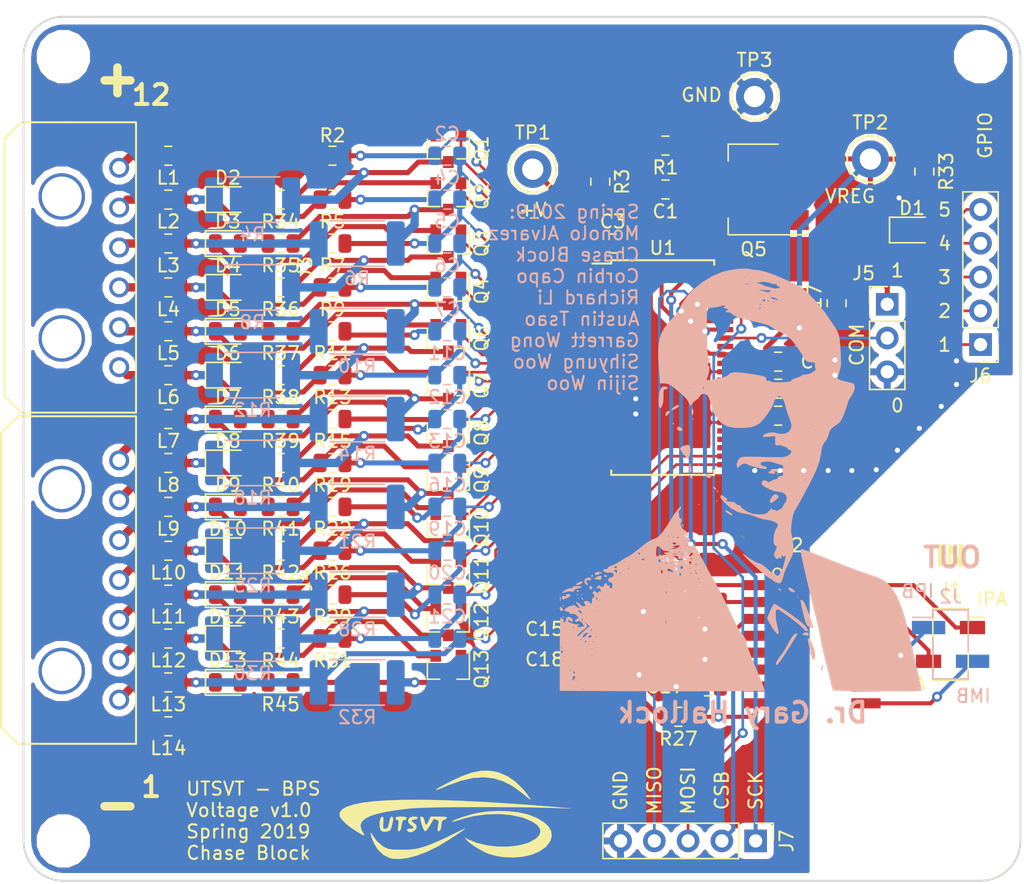
<source format=kicad_pcb>
(kicad_pcb (version 20171130) (host pcbnew "(5.0.0)")
  (layers (0 F.Cu signal) (31 B.Cu signal) (34 B.Paste user) (35 F.Paste user) (36 B.SilkS user) (37 F.SilkS user) (38 B.Mask user) (39 F.Mask user) (44 Edge.Cuts user))
  (net 0 "")
  (net 1 "Net-(C1-Pad1)")
  (net 2 GND)
  (net 3 "Net-(C2-Pad1)")
  (net 4 "Net-(C2-Pad2)")
  (net 5 "Net-(C3-Pad1)")
  (net 6 "Net-(C4-Pad1)")
  (net 7 "Net-(C5-Pad1)")
  (net 8 "Net-(C6-Pad1)")
  (net 9 "Net-(C11-Pad2)")
  (net 10 "Net-(C8-Pad1)")
  (net 11 "Net-(C9-Pad1)")
  (net 12 /VREG)
  (net 13 "Net-(C11-Pad1)")
  (net 14 "Net-(C12-Pad1)")
  (net 15 "Net-(C13-Pad1)")
  (net 16 "Net-(C14-Pad1)")
  (net 17 "Net-(C15-Pad1)")
  (net 18 "Net-(C16-Pad1)")
  (net 19 "Net-(C17-Pad1)")
  (net 20 "Net-(C18-Pad1)")
  (net 21 "Net-(C19-Pad1)")
  (net 22 "Net-(C20-Pad1)")
  (net 23 "Net-(J1-Pad1)")
  (net 24 "Net-(J1-Pad2)")
  (net 25 "Net-(J2-Pad2)")
  (net 26 "Net-(J2-Pad1)")
  (net 27 /Batt7)
  (net 28 /Batt8)
  (net 29 /Batt9)
  (net 30 /Batt10)
  (net 31 /Batt11)
  (net 32 /Batt12)
  (net 33 /Batt1)
  (net 34 /Batt2)
  (net 35 /Batt3)
  (net 36 /Batt4)
  (net 37 /Batt5)
  (net 38 /Batt6)
  (net 39 "Net-(Q1-Pad1)")
  (net 40 "Net-(Q2-Pad1)")
  (net 41 "Net-(Q3-Pad1)")
  (net 42 "Net-(Q4-Pad1)")
  (net 43 "Net-(Q5-Pad1)")
  (net 44 "Net-(Q6-Pad1)")
  (net 45 "Net-(Q7-Pad1)")
  (net 46 "Net-(Q8-Pad1)")
  (net 47 "Net-(Q9-Pad1)")
  (net 48 "Net-(Q10-Pad1)")
  (net 49 "Net-(Q11-Pad1)")
  (net 50 "Net-(Q12-Pad1)")
  (net 51 "Net-(Q13-Pad1)")
  (net 52 "Net-(R16-Pad1)")
  (net 53 "Net-(R16-Pad2)")
  (net 54 /IPA)
  (net 55 /IMA)
  (net 56 /IPB)
  (net 57 /IMB)
  (net 58 "Net-(D1-Pad2)")
  (net 59 /ISOMD)
  (net 60 /GPIO5)
  (net 61 /GPIO4)
  (net 62 /GPIO3)
  (net 63 /GPIO2)
  (net 64 /GPIO1)
  (net 65 "Net-(D2-Pad2)")
  (net 66 "Net-(D3-Pad2)")
  (net 67 "Net-(D4-Pad2)")
  (net 68 "Net-(D5-Pad2)")
  (net 69 "Net-(D6-Pad2)")
  (net 70 "Net-(D7-Pad2)")
  (net 71 "Net-(D8-Pad2)")
  (net 72 "Net-(D9-Pad2)")
  (net 73 "Net-(D10-Pad2)")
  (net 74 "Net-(D11-Pad2)")
  (net 75 "Net-(D12-Pad2)")
  (net 76 "Net-(D13-Pad2)")
  (net 77 /L11)
  (net 78 /L10)
  (net 79 /L9)
  (net 80 /L8)
  (net 81 /L7)
  (net 82 /L6)
  (net 83 /L5)
  (net 84 /L4)
  (net 85 /L3)
  (net 86 /L2)
  (net 87 /L1)
  (net 88 /L0)
  (net 89 "Net-(J3-Pad1)")
  (net 90 "Net-(J3-Pad2)")
  (net 91 "Net-(J3-Pad3)")
  (net 92 "Net-(J3-Pad4)")
  (net 93 "Net-(J3-Pad5)")
  (net 94 /V12)
  (net 95 "Net-(J4-Pad2)")
  (net 96 "Net-(J4-Pad3)")
  (net 97 "Net-(J4-Pad4)")
  (net 98 "Net-(J4-Pad5)")
  (net 99 "Net-(J4-Pad6)")
  (net 100 "Net-(J4-Pad7)")
  (net 101 /Batt0)
  (net 102 "Net-(J4-Pad1)")
  (net 103 /SDI)
  (net 104 /SDO)
  (module MountingHole:MountingHole_3mm (layer F.Cu) (at 48 53)
    (fp_text reference "" (at 0 -4) (layer F.SilkS))
    (fp_text value MountingHole)
    (pad 1 np_thru_hole circle (at 0 0) (size 3 3) (drill 3) (layers *.Cu *.Mask))
  )
  (module MountingHole:MountingHole_3mm (layer F.Cu) (at 117 53)
    (fp_text reference "" (at 0 -4) (layer F.SilkS))
    (fp_text value MountingHole)
    (pad 1 np_thru_hole circle (at 0 0) (size 3 3) (drill 3) (layers *.Cu *.Mask))
  )
  (module MountingHole:MountingHole_3mm (layer F.Cu) (at 117 112)
    (fp_text reference "" (at 0 -4) (layer F.SilkS))
    (fp_text value MountingHole)
    (pad 1 np_thru_hole circle (at 0 0) (size 3 3) (drill 3) (layers *.Cu *.Mask))
  )
  (module MountingHole:MountingHole_3mm (layer F.Cu) (at 48 112)
    (fp_text reference "" (at 0 -4) (layer F.SilkS))
    (fp_text value MountingHole)
    (pad 1 np_thru_hole circle (at 0 0) (size 3 3) (drill 3) (layers *.Cu *.Mask))
  )
  (module Package_TO_SOT_SMD:SOT-23 (layer F.Cu) (at 76.962 67.072 270)
    (fp_text reference Q3 (at 0 -2.5 270) (layer F.SilkS))
    (fp_text value BSS308PE)
    (pad 3 smd rect (at 1 0 270) (size 0.9 0.8) (layers F.Cu F.Paste F.Mask) (net 79 /L9))
    (pad 2 smd rect (at -1 0.95 270) (size 0.9 0.8) (layers F.Cu F.Paste F.Mask) (net 30 /Batt10))
    (pad 1 smd rect (at -1 -0.95 270) (size 0.9 0.8) (layers F.Cu F.Paste F.Mask) (net 41 "Net-(Q3-Pad1)"))
  )
  (module Capacitor_SMD:C_0805_2012Metric (layer F.Cu) (at 93.2965 62.992 180)
    (fp_text reference C1 (at 0 -1.65 180) (layer F.SilkS))
    (fp_text value 100nF)
    (pad 2 smd roundrect (at 0.9375 0 180) (size 0.975 1.4) (layers F.Cu F.Paste F.Mask) (net 2 GND))
    (pad 1 smd roundrect (at -0.9375 0 180) (size 0.975 1.4) (layers F.Cu F.Paste F.Mask) (net 1 "Net-(C1-Pad1)"))
  )
  (module Capacitor_SMD:C_0805_2012Metric (layer B.Cu) (at 76.8835 60.452 180)
    (fp_text reference C2 (at 0 1.65 180) (layer B.SilkS) (effects (justify mirror)))
    (fp_text value 10nF)
    (pad 2 smd roundrect (at 0.9375 0 180) (size 0.975 1.4) (layers B.Cu B.Paste B.Mask) (net 4 "Net-(C2-Pad2)"))
    (pad 1 smd roundrect (at -0.9375 0 180) (size 0.975 1.4) (layers B.Cu B.Paste B.Mask) (net 3 "Net-(C2-Pad1)"))
  )
  (module Capacitor_SMD:C_0805_2012Metric (layer F.Cu) (at 89.3295 67.056)
    (fp_text reference C3 (at 0 -1.65) (layer F.SilkS))
    (fp_text value 100nF)
    (pad 1 smd roundrect (at -0.9375 0) (size 0.975 1.4) (layers F.Cu F.Paste F.Mask) (net 5 "Net-(C3-Pad1)"))
    (pad 2 smd roundrect (at 0.9375 0) (size 0.975 1.4) (layers F.Cu F.Paste F.Mask) (net 2 GND))
  )
  (module Capacitor_SMD:C_0805_2012Metric (layer B.Cu) (at 76.8835 63.754 180)
    (fp_text reference C4 (at 0 1.65 180) (layer B.SilkS) (effects (justify mirror)))
    (fp_text value 10nF)
    (pad 1 smd roundrect (at -0.9375 0 180) (size 0.975 1.4) (layers B.Cu B.Paste B.Mask) (net 6 "Net-(C4-Pad1)"))
    (pad 2 smd roundrect (at 0.9375 0 180) (size 0.975 1.4) (layers B.Cu B.Paste B.Mask) (net 3 "Net-(C2-Pad1)"))
  )
  (module Capacitor_SMD:C_0805_2012Metric (layer B.Cu) (at 76.8835 67.056 180)
    (fp_text reference C5 (at 0 1.65 180) (layer B.SilkS) (effects (justify mirror)))
    (fp_text value 10nF)
    (pad 2 smd roundrect (at 0.9375 0 180) (size 0.975 1.4) (layers B.Cu B.Paste B.Mask) (net 6 "Net-(C4-Pad1)"))
    (pad 1 smd roundrect (at -0.9375 0 180) (size 0.975 1.4) (layers B.Cu B.Paste B.Mask) (net 7 "Net-(C5-Pad1)"))
  )
  (module Capacitor_SMD:C_0805_2012Metric (layer B.Cu) (at 76.8835 70.358 180)
    (fp_text reference C6 (at 0 1.65 180) (layer B.SilkS) (effects (justify mirror)))
    (fp_text value 10nF)
    (pad 2 smd roundrect (at 0.9375 0 180) (size 0.975 1.4) (layers B.Cu B.Paste B.Mask) (net 7 "Net-(C5-Pad1)"))
    (pad 1 smd roundrect (at -0.9375 0 180) (size 0.975 1.4) (layers B.Cu B.Paste B.Mask) (net 8 "Net-(C6-Pad1)"))
  )
  (module Capacitor_SMD:C_0805_2012Metric (layer B.Cu) (at 76.8835 73.66 180)
    (fp_text reference C7 (at 0 1.65 180) (layer B.SilkS) (effects (justify mirror)))
    (fp_text value 10nF)
    (pad 1 smd roundrect (at -0.9375 0 180) (size 0.975 1.4) (layers B.Cu B.Paste B.Mask) (net 9 "Net-(C11-Pad2)"))
    (pad 2 smd roundrect (at 0.9375 0 180) (size 0.975 1.4) (layers B.Cu B.Paste B.Mask) (net 8 "Net-(C6-Pad1)"))
  )
  (module Capacitor_SMD:C_0805_2012Metric (layer F.Cu) (at 101.7755 80.01)
    (fp_text reference C8 (at 2.6185 0) (layer F.SilkS))
    (fp_text value 10u)
    (pad 1 smd roundrect (at -0.9375 0) (size 0.975 1.4) (layers F.Cu F.Paste F.Mask) (net 10 "Net-(C8-Pad1)"))
    (pad 2 smd roundrect (at 0.9375 0) (size 0.975 1.4) (layers F.Cu F.Paste F.Mask) (net 2 GND))
  )
  (module Capacitor_SMD:C_0805_2012Metric (layer F.Cu) (at 101.7755 77.978)
    (fp_text reference C9 (at 2.6185 0) (layer F.SilkS))
    (fp_text value 10u)
    (pad 2 smd roundrect (at 0.9375 0) (size 0.975 1.4) (layers F.Cu F.Paste F.Mask) (net 2 GND))
    (pad 1 smd roundrect (at -0.9375 0) (size 0.975 1.4) (layers F.Cu F.Paste F.Mask) (net 11 "Net-(C9-Pad1)"))
  )
  (module Capacitor_SMD:C_0805_2012Metric (layer F.Cu) (at 101.7755 75.946)
    (fp_text reference C10 (at 3.1265 0) (layer F.SilkS))
    (fp_text value 10u)
    (pad 1 smd roundrect (at -0.9375 0) (size 0.975 1.4) (layers F.Cu F.Paste F.Mask) (net 12 /VREG))
    (pad 2 smd roundrect (at 0.9375 0) (size 0.975 1.4) (layers F.Cu F.Paste F.Mask) (net 2 GND))
  )
  (module Capacitor_SMD:C_0805_2012Metric (layer B.Cu) (at 76.8835 76.962 180)
    (fp_text reference C11 (at 0 1.65 180) (layer B.SilkS) (effects (justify mirror)))
    (fp_text value 10nF)
    (pad 2 smd roundrect (at 0.9375 0 180) (size 0.975 1.4) (layers B.Cu B.Paste B.Mask) (net 9 "Net-(C11-Pad2)"))
    (pad 1 smd roundrect (at -0.9375 0 180) (size 0.975 1.4) (layers B.Cu B.Paste B.Mask) (net 13 "Net-(C11-Pad1)"))
  )
  (module Capacitor_SMD:C_0805_2012Metric (layer B.Cu) (at 76.8835 80.264 180)
    (fp_text reference C12 (at 0 1.65 180) (layer B.SilkS) (effects (justify mirror)))
    (fp_text value 10nF)
    (pad 2 smd roundrect (at 0.9375 0 180) (size 0.975 1.4) (layers B.Cu B.Paste B.Mask) (net 13 "Net-(C11-Pad1)"))
    (pad 1 smd roundrect (at -0.9375 0 180) (size 0.975 1.4) (layers B.Cu B.Paste B.Mask) (net 14 "Net-(C12-Pad1)"))
  )
  (module Capacitor_SMD:C_0805_2012Metric (layer B.Cu) (at 76.8835 83.566 180)
    (fp_text reference C13 (at 0 1.65 180) (layer B.SilkS) (effects (justify mirror)))
    (fp_text value 10nF)
    (pad 1 smd roundrect (at -0.9375 0 180) (size 0.975 1.4) (layers B.Cu B.Paste B.Mask) (net 15 "Net-(C13-Pad1)"))
    (pad 2 smd roundrect (at 0.9375 0 180) (size 0.975 1.4) (layers B.Cu B.Paste B.Mask) (net 14 "Net-(C12-Pad1)"))
  )
  (module Capacitor_SMD:C_0805_2012Metric (layer F.Cu) (at 96.4895 94.028 180)
    (fp_text reference C14 (at 3.2235 0 180) (layer F.SilkS))
    (fp_text value 10nF)
    (pad 1 smd roundrect (at -0.9375 0 180) (size 0.975 1.4) (layers F.Cu F.Paste F.Mask) (net 16 "Net-(C14-Pad1)"))
    (pad 2 smd roundrect (at 0.9375 0 180) (size 0.975 1.4) (layers F.Cu F.Paste F.Mask) (net 2 GND))
  )
  (module Capacitor_SMD:C_0805_2012Metric (layer F.Cu) (at 87.5685 96.06 180)
    (fp_text reference C15 (at 3.3805 0 180) (layer F.SilkS))
    (fp_text value 10nF)
    (pad 1 smd roundrect (at -0.9375 0 180) (size 0.975 1.4) (layers F.Cu F.Paste F.Mask) (net 17 "Net-(C15-Pad1)"))
    (pad 2 smd roundrect (at 0.9375 0 180) (size 0.975 1.4) (layers F.Cu F.Paste F.Mask) (net 2 GND))
  )
  (module Capacitor_SMD:C_0805_2012Metric (layer B.Cu) (at 76.8835 86.868 180)
    (fp_text reference C16 (at 0 1.65 180) (layer B.SilkS) (effects (justify mirror)))
    (fp_text value 10nF)
    (pad 1 smd roundrect (at -0.9375 0 180) (size 0.975 1.4) (layers B.Cu B.Paste B.Mask) (net 18 "Net-(C16-Pad1)"))
    (pad 2 smd roundrect (at 0.9375 0 180) (size 0.975 1.4) (layers B.Cu B.Paste B.Mask) (net 15 "Net-(C13-Pad1)"))
  )
  (module Capacitor_SMD:C_0805_2012Metric (layer F.Cu) (at 96.4895 100.378 180)
    (fp_text reference C17 (at 3.2235 0 180) (layer F.SilkS))
    (fp_text value 10nF)
    (pad 2 smd roundrect (at 0.9375 0 180) (size 0.975 1.4) (layers F.Cu F.Paste F.Mask) (net 2 GND))
    (pad 1 smd roundrect (at -0.9375 0 180) (size 0.975 1.4) (layers F.Cu F.Paste F.Mask) (net 19 "Net-(C17-Pad1)"))
  )
  (module Capacitor_SMD:C_0805_2012Metric (layer F.Cu) (at 87.5685 98.346 180)
    (fp_text reference C18 (at 3.3805 0 180) (layer F.SilkS))
    (fp_text value 10nF)
    (pad 1 smd roundrect (at -0.9375 0 180) (size 0.975 1.4) (layers F.Cu F.Paste F.Mask) (net 20 "Net-(C18-Pad1)"))
    (pad 2 smd roundrect (at 0.9375 0 180) (size 0.975 1.4) (layers F.Cu F.Paste F.Mask) (net 2 GND))
  )
  (module Capacitor_SMD:C_0805_2012Metric (layer B.Cu) (at 76.8835 90.17 180)
    (fp_text reference C19 (at 0 1.65 180) (layer B.SilkS) (effects (justify mirror)))
    (fp_text value 10nF)
    (pad 1 smd roundrect (at -0.9375 0 180) (size 0.975 1.4) (layers B.Cu B.Paste B.Mask) (net 21 "Net-(C19-Pad1)"))
    (pad 2 smd roundrect (at 0.9375 0 180) (size 0.975 1.4) (layers B.Cu B.Paste B.Mask) (net 18 "Net-(C16-Pad1)"))
  )
  (module Capacitor_SMD:C_0805_2012Metric (layer B.Cu) (at 76.8835 93.472 180)
    (fp_text reference C20 (at 0 1.65 180) (layer B.SilkS) (effects (justify mirror)))
    (fp_text value 10nF)
    (pad 2 smd roundrect (at 0.9375 0 180) (size 0.975 1.4) (layers B.Cu B.Paste B.Mask) (net 21 "Net-(C19-Pad1)"))
    (pad 1 smd roundrect (at -0.9375 0 180) (size 0.975 1.4) (layers B.Cu B.Paste B.Mask) (net 22 "Net-(C20-Pad1)"))
  )
  (module Capacitor_SMD:C_0805_2012Metric (layer B.Cu) (at 76.8835 96.774 180)
    (fp_text reference C21 (at 0 1.65 180) (layer B.SilkS) (effects (justify mirror)))
    (fp_text value 10nF)
    (pad 2 smd roundrect (at 0.9375 0 180) (size 0.975 1.4) (layers B.Cu B.Paste B.Mask) (net 22 "Net-(C20-Pad1)"))
    (pad 1 smd roundrect (at -0.9375 0 180) (size 0.975 1.4) (layers B.Cu B.Paste B.Mask) (net 101 /Batt0))
  )
  (module LED_SMD:LED_0805_2012Metric (layer F.Cu) (at 111.8385 66.04)
    (fp_text reference D1 (at 0 -1.65) (layer F.SilkS))
    (fp_text value LED)
    (pad 1 smd roundrect (at -0.9375 0) (size 0.975 1.4) (layers F.Cu F.Paste F.Mask) (net 2 GND))
    (pad 2 smd roundrect (at 0.9375 0) (size 0.975 1.4) (layers F.Cu F.Paste F.Mask) (net 58 "Net-(D1-Pad2)"))
  )
  (module LED_SMD:LED_0805_2012Metric (layer F.Cu) (at 60.3735 63.754)
    (fp_text reference D2 (at 0 -1.65) (layer F.SilkS))
    (fp_text value LED)
    (pad 1 smd roundrect (at -0.9375 0) (size 0.975 1.4) (layers F.Cu F.Paste F.Mask) (net 31 /Batt11))
    (pad 2 smd roundrect (at 0.9375 0) (size 0.975 1.4) (layers F.Cu F.Paste F.Mask) (net 65 "Net-(D2-Pad2)"))
  )
  (module LED_SMD:LED_0805_2012Metric (layer F.Cu) (at 60.3735 67.056)
    (fp_text reference D3 (at 0 -1.65) (layer F.SilkS))
    (fp_text value LED)
    (pad 1 smd roundrect (at -0.9375 0) (size 0.975 1.4) (layers F.Cu F.Paste F.Mask) (net 30 /Batt10))
    (pad 2 smd roundrect (at 0.9375 0) (size 0.975 1.4) (layers F.Cu F.Paste F.Mask) (net 66 "Net-(D3-Pad2)"))
  )
  (module LED_SMD:LED_0805_2012Metric (layer F.Cu) (at 60.3735 70.358)
    (fp_text reference D4 (at 0 -1.65) (layer F.SilkS))
    (fp_text value LED)
    (pad 1 smd roundrect (at -0.9375 0) (size 0.975 1.4) (layers F.Cu F.Paste F.Mask) (net 29 /Batt9))
    (pad 2 smd roundrect (at 0.9375 0) (size 0.975 1.4) (layers F.Cu F.Paste F.Mask) (net 67 "Net-(D4-Pad2)"))
  )
  (module LED_SMD:LED_0805_2012Metric (layer F.Cu) (at 60.3735 73.66)
    (fp_text reference D5 (at 0 -1.65) (layer F.SilkS))
    (fp_text value LED)
    (pad 2 smd roundrect (at 0.9375 0) (size 0.975 1.4) (layers F.Cu F.Paste F.Mask) (net 68 "Net-(D5-Pad2)"))
    (pad 1 smd roundrect (at -0.9375 0) (size 0.975 1.4) (layers F.Cu F.Paste F.Mask) (net 28 /Batt8))
  )
  (module LED_SMD:LED_0805_2012Metric (layer F.Cu) (at 60.3735 76.962)
    (fp_text reference D6 (at 0 -1.65) (layer F.SilkS))
    (fp_text value LED)
    (pad 2 smd roundrect (at 0.9375 0) (size 0.975 1.4) (layers F.Cu F.Paste F.Mask) (net 69 "Net-(D6-Pad2)"))
    (pad 1 smd roundrect (at -0.9375 0) (size 0.975 1.4) (layers F.Cu F.Paste F.Mask) (net 27 /Batt7))
  )
  (module LED_SMD:LED_0805_2012Metric (layer F.Cu) (at 60.3735 80.264)
    (fp_text reference D7 (at 0 -1.65) (layer F.SilkS))
    (fp_text value LED)
    (pad 1 smd roundrect (at -0.9375 0) (size 0.975 1.4) (layers F.Cu F.Paste F.Mask) (net 38 /Batt6))
    (pad 2 smd roundrect (at 0.9375 0) (size 0.975 1.4) (layers F.Cu F.Paste F.Mask) (net 70 "Net-(D7-Pad2)"))
  )
  (module LED_SMD:LED_0805_2012Metric (layer F.Cu) (at 60.3735 83.566)
    (fp_text reference D8 (at 0 -1.65) (layer F.SilkS))
    (fp_text value LED)
    (pad 2 smd roundrect (at 0.9375 0) (size 0.975 1.4) (layers F.Cu F.Paste F.Mask) (net 71 "Net-(D8-Pad2)"))
    (pad 1 smd roundrect (at -0.9375 0) (size 0.975 1.4) (layers F.Cu F.Paste F.Mask) (net 37 /Batt5))
  )
  (module LED_SMD:LED_0805_2012Metric (layer F.Cu) (at 60.3735 86.868)
    (fp_text reference D9 (at 0 -1.65) (layer F.SilkS))
    (fp_text value LED)
    (pad 1 smd roundrect (at -0.9375 0) (size 0.975 1.4) (layers F.Cu F.Paste F.Mask) (net 36 /Batt4))
    (pad 2 smd roundrect (at 0.9375 0) (size 0.975 1.4) (layers F.Cu F.Paste F.Mask) (net 72 "Net-(D9-Pad2)"))
  )
  (module LED_SMD:LED_0805_2012Metric (layer F.Cu) (at 60.3735 90.17)
    (fp_text reference D10 (at 0 -1.65) (layer F.SilkS))
    (fp_text value LED)
    (pad 1 smd roundrect (at -0.9375 0) (size 0.975 1.4) (layers F.Cu F.Paste F.Mask) (net 35 /Batt3))
    (pad 2 smd roundrect (at 0.9375 0) (size 0.975 1.4) (layers F.Cu F.Paste F.Mask) (net 73 "Net-(D10-Pad2)"))
  )
  (module LED_SMD:LED_0805_2012Metric (layer F.Cu) (at 60.3735 93.472)
    (fp_text reference D11 (at 0 -1.65) (layer F.SilkS))
    (fp_text value LED)
    (pad 2 smd roundrect (at 0.9375 0) (size 0.975 1.4) (layers F.Cu F.Paste F.Mask) (net 74 "Net-(D11-Pad2)"))
    (pad 1 smd roundrect (at -0.9375 0) (size 0.975 1.4) (layers F.Cu F.Paste F.Mask) (net 34 /Batt2))
  )
  (module LED_SMD:LED_0805_2012Metric (layer F.Cu) (at 60.3735 96.774)
    (fp_text reference D12 (at 0 -1.65) (layer F.SilkS))
    (fp_text value LED)
    (pad 1 smd roundrect (at -0.9375 0) (size 0.975 1.4) (layers F.Cu F.Paste F.Mask) (net 33 /Batt1))
    (pad 2 smd roundrect (at 0.9375 0) (size 0.975 1.4) (layers F.Cu F.Paste F.Mask) (net 75 "Net-(D12-Pad2)"))
  )
  (module LED_SMD:LED_0805_2012Metric (layer F.Cu) (at 60.3735 100.076)
    (fp_text reference D13 (at 0 -1.65) (layer F.SilkS))
    (fp_text value LED)
    (pad 2 smd roundrect (at 0.9375 0) (size 0.975 1.4) (layers F.Cu F.Paste F.Mask) (net 76 "Net-(D13-Pad2)"))
    (pad 1 smd roundrect (at -0.9375 0) (size 0.975 1.4) (layers F.Cu F.Paste F.Mask) (net 101 /Batt0))
  )
  (module Connector_PinHeader_2.54mm:PinHeader_1x03_P2.54mm_Vertical (layer F.Cu) (at 109.982 71.628)
    (fp_text reference J5 (at -1.778 -2.33) (layer F.SilkS))
    (fp_text value Conn_01x03)
    (pad 1 thru_hole rect (at 0 0) (size 1.7 1.7) (drill 1) (layers *.Cu *.Mask) (net 12 /VREG))
    (pad 2 thru_hole oval (at 0 2.54) (size 1.7 1.7) (drill 1) (layers *.Cu *.Mask) (net 59 /ISOMD))
    (pad 3 thru_hole oval (at 0 5.08) (size 1.7 1.7) (drill 1) (layers *.Cu *.Mask) (net 2 GND))
  )
  (module Connector_PinHeader_2.54mm:PinHeader_1x05_P2.54mm_Vertical (layer F.Cu) (at 117 74.66 180)
    (fp_text reference J6 (at 0 -2.33 180) (layer F.SilkS))
    (fp_text value Conn_01x05)
    (pad 1 thru_hole rect (at 0 0 180) (size 1.7 1.7) (drill 1) (layers *.Cu *.Mask) (net 64 /GPIO1))
    (pad 2 thru_hole oval (at 0 2.54 180) (size 1.7 1.7) (drill 1) (layers *.Cu *.Mask) (net 63 /GPIO2))
    (pad 3 thru_hole oval (at 0 5.08 180) (size 1.7 1.7) (drill 1) (layers *.Cu *.Mask) (net 62 /GPIO3))
    (pad 4 thru_hole oval (at 0 7.62 180) (size 1.7 1.7) (drill 1) (layers *.Cu *.Mask) (net 61 /GPIO4))
    (pad 5 thru_hole oval (at 0 10.16 180) (size 1.7 1.7) (drill 1) (layers *.Cu *.Mask) (net 60 /GPIO5))
  )
  (module Inductor_SMD:L_0805_2012Metric (layer F.Cu) (at 55.895 60.452 180)
    (fp_text reference L1 (at 0 -1.65 180) (layer F.SilkS))
    (fp_text value Ferrite_Bead)
    (pad 1 smd roundrect (at -0.9375 0 180) (size 0.975 1.4) (layers F.Cu F.Paste F.Mask) (net 32 /Batt12))
    (pad 2 smd roundrect (at 0.9375 0 180) (size 0.975 1.4) (layers F.Cu F.Paste F.Mask) (net 94 /V12))
  )
  (module Inductor_SMD:L_0805_2012Metric (layer F.Cu) (at 55.895 63.754 180)
    (fp_text reference L2 (at 0 -1.65 180) (layer F.SilkS))
    (fp_text value Ferrite_Bead)
    (pad 2 smd roundrect (at 0.9375 0 180) (size 0.975 1.4) (layers F.Cu F.Paste F.Mask) (net 93 "Net-(J3-Pad5)"))
    (pad 1 smd roundrect (at -0.9375 0 180) (size 0.975 1.4) (layers F.Cu F.Paste F.Mask) (net 31 /Batt11))
  )
  (module Inductor_SMD:L_0805_2012Metric (layer F.Cu) (at 55.895 67.056 180)
    (fp_text reference L3 (at 0 -1.65 180) (layer F.SilkS))
    (fp_text value Ferrite_Bead)
    (pad 1 smd roundrect (at -0.9375 0 180) (size 0.975 1.4) (layers F.Cu F.Paste F.Mask) (net 30 /Batt10))
    (pad 2 smd roundrect (at 0.9375 0 180) (size 0.975 1.4) (layers F.Cu F.Paste F.Mask) (net 92 "Net-(J3-Pad4)"))
  )
  (module Inductor_SMD:L_0805_2012Metric (layer F.Cu) (at 55.895 70.358 180)
    (fp_text reference L4 (at 0 -1.65 180) (layer F.SilkS))
    (fp_text value Ferrite_Bead)
    (pad 2 smd roundrect (at 0.9375 0 180) (size 0.975 1.4) (layers F.Cu F.Paste F.Mask) (net 91 "Net-(J3-Pad3)"))
    (pad 1 smd roundrect (at -0.9375 0 180) (size 0.975 1.4) (layers F.Cu F.Paste F.Mask) (net 29 /Batt9))
  )
  (module Inductor_SMD:L_0805_2012Metric (layer F.Cu) (at 55.895 73.66 180)
    (fp_text reference L5 (at 0 -1.65 180) (layer F.SilkS))
    (fp_text value Ferrite_Bead)
    (pad 1 smd roundrect (at -0.9375 0 180) (size 0.975 1.4) (layers F.Cu F.Paste F.Mask) (net 28 /Batt8))
    (pad 2 smd roundrect (at 0.9375 0 180) (size 0.975 1.4) (layers F.Cu F.Paste F.Mask) (net 90 "Net-(J3-Pad2)"))
  )
  (module Inductor_SMD:L_0805_2012Metric (layer F.Cu) (at 55.895 76.962 180)
    (fp_text reference L6 (at 0 -1.65 180) (layer F.SilkS))
    (fp_text value Ferrite_Bead)
    (pad 2 smd roundrect (at 0.9375 0 180) (size 0.975 1.4) (layers F.Cu F.Paste F.Mask) (net 89 "Net-(J3-Pad1)"))
    (pad 1 smd roundrect (at -0.9375 0 180) (size 0.975 1.4) (layers F.Cu F.Paste F.Mask) (net 27 /Batt7))
  )
  (module Inductor_SMD:L_0805_2012Metric (layer F.Cu) (at 55.895 80.264 180)
    (fp_text reference L7 (at 0 -1.65 180) (layer F.SilkS))
    (fp_text value Ferrite_Bead)
    (pad 1 smd roundrect (at -0.9375 0 180) (size 0.975 1.4) (layers F.Cu F.Paste F.Mask) (net 38 /Batt6))
    (pad 2 smd roundrect (at 0.9375 0 180) (size 0.975 1.4) (layers F.Cu F.Paste F.Mask) (net 100 "Net-(J4-Pad7)"))
  )
  (module Inductor_SMD:L_0805_2012Metric (layer F.Cu) (at 55.895 83.566 180)
    (fp_text reference L8 (at 0 -1.65 180) (layer F.SilkS))
    (fp_text value Ferrite_Bead)
    (pad 2 smd roundrect (at 0.9375 0 180) (size 0.975 1.4) (layers F.Cu F.Paste F.Mask) (net 99 "Net-(J4-Pad6)"))
    (pad 1 smd roundrect (at -0.9375 0 180) (size 0.975 1.4) (layers F.Cu F.Paste F.Mask) (net 37 /Batt5))
  )
  (module Inductor_SMD:L_0805_2012Metric (layer F.Cu) (at 55.895 86.868 180)
    (fp_text reference L9 (at 0 -1.65 180) (layer F.SilkS))
    (fp_text value Ferrite_Bead)
    (pad 1 smd roundrect (at -0.9375 0 180) (size 0.975 1.4) (layers F.Cu F.Paste F.Mask) (net 36 /Batt4))
    (pad 2 smd roundrect (at 0.9375 0 180) (size 0.975 1.4) (layers F.Cu F.Paste F.Mask) (net 98 "Net-(J4-Pad5)"))
  )
  (module Inductor_SMD:L_0805_2012Metric (layer F.Cu) (at 55.895 90.17 180)
    (fp_text reference L10 (at 0 -1.65 180) (layer F.SilkS))
    (fp_text value Ferrite_Bead)
    (pad 2 smd roundrect (at 0.9375 0 180) (size 0.975 1.4) (layers F.Cu F.Paste F.Mask) (net 97 "Net-(J4-Pad4)"))
    (pad 1 smd roundrect (at -0.9375 0 180) (size 0.975 1.4) (layers F.Cu F.Paste F.Mask) (net 35 /Batt3))
  )
  (module Inductor_SMD:L_0805_2012Metric (layer F.Cu) (at 55.895 93.472 180)
    (fp_text reference L11 (at 0 -1.65 180) (layer F.SilkS))
    (fp_text value Ferrite_Bead)
    (pad 2 smd roundrect (at 0.9375 0 180) (size 0.975 1.4) (layers F.Cu F.Paste F.Mask) (net 96 "Net-(J4-Pad3)"))
    (pad 1 smd roundrect (at -0.9375 0 180) (size 0.975 1.4) (layers F.Cu F.Paste F.Mask) (net 34 /Batt2))
  )
  (module Inductor_SMD:L_0805_2012Metric (layer F.Cu) (at 55.895 96.774 180)
    (fp_text reference L12 (at 0 -1.65 180) (layer F.SilkS))
    (fp_text value Ferrite_Bead)
    (pad 2 smd roundrect (at 0.9375 0 180) (size 0.975 1.4) (layers F.Cu F.Paste F.Mask) (net 95 "Net-(J4-Pad2)"))
    (pad 1 smd roundrect (at -0.9375 0 180) (size 0.975 1.4) (layers F.Cu F.Paste F.Mask) (net 33 /Batt1))
  )
  (module Inductor_SMD:L_0805_2012Metric (layer F.Cu) (at 55.895 100.076 180)
    (fp_text reference L13 (at 0 -1.65 180) (layer F.SilkS))
    (fp_text value Ferrite_Bead)
    (pad 1 smd roundrect (at -0.9375 0 180) (size 0.975 1.4) (layers F.Cu F.Paste F.Mask) (net 101 /Batt0))
    (pad 2 smd roundrect (at 0.9375 0 180) (size 0.975 1.4) (layers F.Cu F.Paste F.Mask) (net 102 "Net-(J4-Pad1)"))
  )
  (module Inductor_SMD:L_0805_2012Metric (layer F.Cu) (at 55.895 103.378 180)
    (fp_text reference L14 (at 0 -1.65 180) (layer F.SilkS))
    (fp_text value Ferrite_Bead)
    (pad 1 smd roundrect (at -0.9375 0 180) (size 0.975 1.4) (layers F.Cu F.Paste F.Mask) (net 2 GND))
    (pad 2 smd roundrect (at 0.9375 0 180) (size 0.975 1.4) (layers F.Cu F.Paste F.Mask) (net 102 "Net-(J4-Pad1)"))
  )
  (module Package_TO_SOT_SMD:SOT-23 (layer F.Cu) (at 76.962 59.928 270)
    (fp_text reference Q1 (at 0 -2.5 270) (layer F.SilkS))
    (fp_text value BSS308PE)
    (pad 1 smd rect (at -1 -0.95 270) (size 0.9 0.8) (layers F.Cu F.Paste F.Mask) (net 39 "Net-(Q1-Pad1)"))
    (pad 2 smd rect (at -1 0.95 270) (size 0.9 0.8) (layers F.Cu F.Paste F.Mask) (net 32 /Batt12))
    (pad 3 smd rect (at 1 0 270) (size 0.9 0.8) (layers F.Cu F.Paste F.Mask) (net 77 /L11))
  )
  (module Package_TO_SOT_SMD:SOT-23 (layer F.Cu) (at 76.962 63.516 270)
    (fp_text reference Q2 (at 0 -2.5 270) (layer F.SilkS))
    (fp_text value BSS308PE)
    (pad 3 smd rect (at 1 0 270) (size 0.9 0.8) (layers F.Cu F.Paste F.Mask) (net 78 /L10))
    (pad 2 smd rect (at -1 0.95 270) (size 0.9 0.8) (layers F.Cu F.Paste F.Mask) (net 31 /Batt11))
    (pad 1 smd rect (at -1 -0.95 270) (size 0.9 0.8) (layers F.Cu F.Paste F.Mask) (net 40 "Net-(Q2-Pad1)"))
  )
  (module Package_TO_SOT_SMD:SOT-23 (layer F.Cu) (at 76.962 70.628 270)
    (fp_text reference Q4 (at 0 -2.5 270) (layer F.SilkS))
    (fp_text value BSS308PE)
    (pad 1 smd rect (at -1 -0.95 270) (size 0.9 0.8) (layers F.Cu F.Paste F.Mask) (net 42 "Net-(Q4-Pad1)"))
    (pad 2 smd rect (at -1 0.95 270) (size 0.9 0.8) (layers F.Cu F.Paste F.Mask) (net 29 /Batt9))
    (pad 3 smd rect (at 1 0 270) (size 0.9 0.8) (layers F.Cu F.Paste F.Mask) (net 80 /L8))
  )
  (module Package_TO_SOT_SMD:SOT-223 (layer F.Cu) (at 99.924 62.992 180)
    (fp_text reference Q5 (at 0 -4.5 180) (layer F.SilkS))
    (fp_text value NSV1C201MZ4)
    (pad 4 smd rect (at 3.15 0 180) (size 2 3.8) (layers F.Cu F.Paste F.Mask) (net 1 "Net-(C1-Pad1)"))
    (pad 2 smd rect (at -3.15 0 180) (size 2 1.5) (layers F.Cu F.Paste F.Mask) (net 1 "Net-(C1-Pad1)"))
    (pad 3 smd rect (at -3.15 2.3 180) (size 2 1.5) (layers F.Cu F.Paste F.Mask) (net 12 /VREG))
    (pad 1 smd rect (at -3.15 -2.3 180) (size 2 1.5) (layers F.Cu F.Paste F.Mask) (net 43 "Net-(Q5-Pad1)"))
  )
  (module Package_TO_SOT_SMD:SOT-23 (layer F.Cu) (at 76.962 74.184 270)
    (fp_text reference Q6 (at 0 -2.5 270) (layer F.SilkS))
    (fp_text value BSS308PE)
    (pad 3 smd rect (at 1 0 270) (size 0.9 0.8) (layers F.Cu F.Paste F.Mask) (net 81 /L7))
    (pad 2 smd rect (at -1 0.95 270) (size 0.9 0.8) (layers F.Cu F.Paste F.Mask) (net 28 /Batt8))
    (pad 1 smd rect (at -1 -0.95 270) (size 0.9 0.8) (layers F.Cu F.Paste F.Mask) (net 44 "Net-(Q6-Pad1)"))
  )
  (module Package_TO_SOT_SMD:SOT-23 (layer F.Cu) (at 76.962 77.74 270)
    (fp_text reference Q7 (at 0 -2.5 270) (layer F.SilkS))
    (fp_text value BSS308PE)
    (pad 1 smd rect (at -1 -0.95 270) (size 0.9 0.8) (layers F.Cu F.Paste F.Mask) (net 45 "Net-(Q7-Pad1)"))
    (pad 2 smd rect (at -1 0.95 270) (size 0.9 0.8) (layers F.Cu F.Paste F.Mask) (net 27 /Batt7))
    (pad 3 smd rect (at 1 0 270) (size 0.9 0.8) (layers F.Cu F.Paste F.Mask) (net 82 /L6))
  )
  (module Package_TO_SOT_SMD:SOT-23 (layer F.Cu) (at 76.962 81.296 270)
    (fp_text reference Q8 (at 0 -2.5 270) (layer F.SilkS))
    (fp_text value BSS308PE)
    (pad 3 smd rect (at 1 0 270) (size 0.9 0.8) (layers F.Cu F.Paste F.Mask) (net 83 /L5))
    (pad 2 smd rect (at -1 0.95 270) (size 0.9 0.8) (layers F.Cu F.Paste F.Mask) (net 38 /Batt6))
    (pad 1 smd rect (at -1 -0.95 270) (size 0.9 0.8) (layers F.Cu F.Paste F.Mask) (net 46 "Net-(Q8-Pad1)"))
  )
  (module Package_TO_SOT_SMD:SOT-23 (layer F.Cu) (at 76.962 84.852 270)
    (fp_text reference Q9 (at 0 -2.5 270) (layer F.SilkS))
    (fp_text value BSS308PE)
    (pad 1 smd rect (at -1 -0.95 270) (size 0.9 0.8) (layers F.Cu F.Paste F.Mask) (net 47 "Net-(Q9-Pad1)"))
    (pad 2 smd rect (at -1 0.95 270) (size 0.9 0.8) (layers F.Cu F.Paste F.Mask) (net 37 /Batt5))
    (pad 3 smd rect (at 1 0 270) (size 0.9 0.8) (layers F.Cu F.Paste F.Mask) (net 84 /L4))
  )
  (module Package_TO_SOT_SMD:SOT-23 (layer F.Cu) (at 76.962 88.408 270)
    (fp_text reference Q10 (at 0 -2.5 270) (layer F.SilkS))
    (fp_text value BSS308PE)
    (pad 3 smd rect (at 1 0 270) (size 0.9 0.8) (layers F.Cu F.Paste F.Mask) (net 85 /L3))
    (pad 2 smd rect (at -1 0.95 270) (size 0.9 0.8) (layers F.Cu F.Paste F.Mask) (net 36 /Batt4))
    (pad 1 smd rect (at -1 -0.95 270) (size 0.9 0.8) (layers F.Cu F.Paste F.Mask) (net 48 "Net-(Q10-Pad1)"))
  )
  (module Package_TO_SOT_SMD:SOT-23 (layer F.Cu) (at 76.962 91.964 270)
    (fp_text reference Q11 (at 0 -2.5 270) (layer F.SilkS))
    (fp_text value BSS308PE)
    (pad 1 smd rect (at -1 -0.95 270) (size 0.9 0.8) (layers F.Cu F.Paste F.Mask) (net 49 "Net-(Q11-Pad1)"))
    (pad 2 smd rect (at -1 0.95 270) (size 0.9 0.8) (layers F.Cu F.Paste F.Mask) (net 35 /Batt3))
    (pad 3 smd rect (at 1 0 270) (size 0.9 0.8) (layers F.Cu F.Paste F.Mask) (net 86 /L2))
  )
  (module Package_TO_SOT_SMD:SOT-23 (layer F.Cu) (at 76.962 95.52 270)
    (fp_text reference Q12 (at 0 -2.5 270) (layer F.SilkS))
    (fp_text value BSS308PE)
    (pad 3 smd rect (at 1 0 270) (size 0.9 0.8) (layers F.Cu F.Paste F.Mask) (net 87 /L1))
    (pad 2 smd rect (at -1 0.95 270) (size 0.9 0.8) (layers F.Cu F.Paste F.Mask) (net 34 /Batt2))
    (pad 1 smd rect (at -1 -0.95 270) (size 0.9 0.8) (layers F.Cu F.Paste F.Mask) (net 50 "Net-(Q12-Pad1)"))
  )
  (module Package_TO_SOT_SMD:SOT-23 (layer F.Cu) (at 76.962 99.076 270)
    (fp_text reference Q13 (at 0 -2.5 270) (layer F.SilkS))
    (fp_text value BSS308PE)
    (pad 1 smd rect (at -1 -0.95 270) (size 0.9 0.8) (layers F.Cu F.Paste F.Mask) (net 51 "Net-(Q13-Pad1)"))
    (pad 2 smd rect (at -1 0.95 270) (size 0.9 0.8) (layers F.Cu F.Paste F.Mask) (net 33 /Batt1))
    (pad 3 smd rect (at 1 0 270) (size 0.9 0.8) (layers F.Cu F.Paste F.Mask) (net 88 /L0))
  )
  (module Resistor_SMD:R_0805_2012Metric (layer F.Cu) (at 93.2965 59.69 180)
    (fp_text reference R1 (at 0 -1.65 180) (layer F.SilkS))
    (fp_text value 100R)
    (pad 1 smd roundrect (at -0.9375 0 180) (size 0.975 1.4) (layers F.Cu F.Paste F.Mask) (net 1 "Net-(C1-Pad1)"))
    (pad 2 smd roundrect (at 0.9375 0 180) (size 0.975 1.4) (layers F.Cu F.Paste F.Mask) (net 94 /V12))
  )
  (module Resistor_SMD:R_0805_2012Metric (layer F.Cu) (at 68.2475 60.452 180)
    (fp_text reference R2 (at 0 1.524 180) (layer F.SilkS))
    (fp_text value 100R)
    (pad 1 smd roundrect (at -0.9375 0 180) (size 0.975 1.4) (layers F.Cu F.Paste F.Mask) (net 4 "Net-(C2-Pad2)"))
    (pad 2 smd roundrect (at 0.9375 0 180) (size 0.975 1.4) (layers F.Cu F.Paste F.Mask) (net 32 /Batt12))
  )
  (module Resistor_SMD:R_0805_2012Metric (layer F.Cu) (at 88.392 62.4055 270)
    (fp_text reference R3 (at 0 -1.65 270) (layer F.SilkS))
    (fp_text value 100R)
    (pad 2 smd roundrect (at 0.9375 0 270) (size 0.975 1.4) (layers F.Cu F.Paste F.Mask) (net 5 "Net-(C3-Pad1)"))
    (pad 1 smd roundrect (at -0.9375 0 270) (size 0.975 1.4) (layers F.Cu F.Paste F.Mask) (net 94 /V12))
  )
  (module Resistor_SMD:R_2512_6332Metric (layer B.Cu) (at 62.23 63.754)
    (fp_text reference R4 (at 0 2.62) (layer B.SilkS) (effects (justify mirror)))
    (fp_text value 33R)
    (pad 2 smd roundrect (at 2.9 0) (size 1.35 3.35) (layers B.Cu B.Paste B.Mask) (roundrect_rratio 0.185185) (net 77 /L11))
    (pad 1 smd roundrect (at -2.9 0) (size 1.35 3.35) (layers B.Cu B.Paste B.Mask) (roundrect_rratio 0.185185) (net 31 /Batt11))
  )
  (module Resistor_SMD:R_0805_2012Metric (layer F.Cu) (at 68.2475 63.754 180)
    (fp_text reference R5 (at 0 -1.65 180) (layer F.SilkS))
    (fp_text value 100R)
    (pad 1 smd roundrect (at -0.9375 0 180) (size 0.975 1.4) (layers F.Cu F.Paste F.Mask) (net 3 "Net-(C2-Pad1)"))
    (pad 2 smd roundrect (at 0.9375 0 180) (size 0.975 1.4) (layers F.Cu F.Paste F.Mask) (net 31 /Batt11))
  )
  (module Resistor_SMD:R_2512_6332Metric (layer B.Cu) (at 70.104 67.056)
    (fp_text reference R6 (at 0 2.62) (layer B.SilkS) (effects (justify mirror)))
    (fp_text value 33R)
    (pad 1 smd roundrect (at -2.9 0) (size 1.35 3.35) (layers B.Cu B.Paste B.Mask) (roundrect_rratio 0.185185) (net 30 /Batt10))
    (pad 2 smd roundrect (at 2.9 0) (size 1.35 3.35) (layers B.Cu B.Paste B.Mask) (roundrect_rratio 0.185185) (net 78 /L10))
  )
  (module Resistor_SMD:R_0805_2012Metric (layer F.Cu) (at 68.2475 67.056 180)
    (fp_text reference R7 (at 0 -1.65 180) (layer F.SilkS))
    (fp_text value 100R)
    (pad 2 smd roundrect (at 0.9375 0 180) (size 0.975 1.4) (layers F.Cu F.Paste F.Mask) (net 30 /Batt10))
    (pad 1 smd roundrect (at -0.9375 0 180) (size 0.975 1.4) (layers F.Cu F.Paste F.Mask) (net 6 "Net-(C4-Pad1)"))
  )
  (module Resistor_SMD:R_2512_6332Metric (layer B.Cu) (at 62.23 70.358)
    (fp_text reference R8 (at 0 2.62) (layer B.SilkS) (effects (justify mirror)))
    (fp_text value 33R)
    (pad 2 smd roundrect (at 2.9 0) (size 1.35 3.35) (layers B.Cu B.Paste B.Mask) (roundrect_rratio 0.185185) (net 79 /L9))
    (pad 1 smd roundrect (at -2.9 0) (size 1.35 3.35) (layers B.Cu B.Paste B.Mask) (roundrect_rratio 0.185185) (net 29 /Batt9))
  )
  (module Resistor_SMD:R_0805_2012Metric (layer F.Cu) (at 68.2475 70.358 180)
    (fp_text reference R9 (at 0 -1.65 180) (layer F.SilkS))
    (fp_text value 100R)
    (pad 2 smd roundrect (at 0.9375 0 180) (size 0.975 1.4) (layers F.Cu F.Paste F.Mask) (net 29 /Batt9))
    (pad 1 smd roundrect (at -0.9375 0 180) (size 0.975 1.4) (layers F.Cu F.Paste F.Mask) (net 7 "Net-(C5-Pad1)"))
  )
  (module Resistor_SMD:R_2512_6332Metric (layer B.Cu) (at 70.104 73.66)
    (fp_text reference R10 (at 0 2.62) (layer B.SilkS) (effects (justify mirror)))
    (fp_text value 33R)
    (pad 1 smd roundrect (at -2.9 0) (size 1.35 3.35) (layers B.Cu B.Paste B.Mask) (roundrect_rratio 0.185185) (net 28 /Batt8))
    (pad 2 smd roundrect (at 2.9 0) (size 1.35 3.35) (layers B.Cu B.Paste B.Mask) (roundrect_rratio 0.185185) (net 80 /L8))
  )
  (module Resistor_SMD:R_0805_2012Metric (layer F.Cu) (at 68.2475 73.66 180)
    (fp_text reference R11 (at 0 -1.65 180) (layer F.SilkS))
    (fp_text value 100R)
    (pad 1 smd roundrect (at -0.9375 0 180) (size 0.975 1.4) (layers F.Cu F.Paste F.Mask) (net 8 "Net-(C6-Pad1)"))
    (pad 2 smd roundrect (at 0.9375 0 180) (size 0.975 1.4) (layers F.Cu F.Paste F.Mask) (net 28 /Batt8))
  )
  (module Resistor_SMD:R_2512_6332Metric (layer B.Cu) (at 62.23 76.962)
    (fp_text reference R12 (at 0 2.62) (layer B.SilkS) (effects (justify mirror)))
    (fp_text value 33R)
    (pad 2 smd roundrect (at 2.9 0) (size 1.35 3.35) (layers B.Cu B.Paste B.Mask) (roundrect_rratio 0.185185) (net 81 /L7))
    (pad 1 smd roundrect (at -2.9 0) (size 1.35 3.35) (layers B.Cu B.Paste B.Mask) (roundrect_rratio 0.185185) (net 27 /Batt7))
  )
  (module Resistor_SMD:R_0805_2012Metric (layer F.Cu) (at 68.2475 76.962 180)
    (fp_text reference R13 (at 0 -1.65 180) (layer F.SilkS))
    (fp_text value 100R)
    (pad 2 smd roundrect (at 0.9375 0 180) (size 0.975 1.4) (layers F.Cu F.Paste F.Mask) (net 27 /Batt7))
    (pad 1 smd roundrect (at -0.9375 0 180) (size 0.975 1.4) (layers F.Cu F.Paste F.Mask) (net 9 "Net-(C11-Pad2)"))
  )
  (module Resistor_SMD:R_2512_6332Metric (layer B.Cu) (at 70.104 80.264)
    (fp_text reference R14 (at 0 2.62) (layer B.SilkS) (effects (justify mirror)))
    (fp_text value 33R)
    (pad 1 smd roundrect (at -2.9 0) (size 1.35 3.35) (layers B.Cu B.Paste B.Mask) (roundrect_rratio 0.185185) (net 38 /Batt6))
    (pad 2 smd roundrect (at 2.9 0) (size 1.35 3.35) (layers B.Cu B.Paste B.Mask) (roundrect_rratio 0.185185) (net 82 /L6))
  )
  (module Resistor_SMD:R_0805_2012Metric (layer F.Cu) (at 68.2475 80.264 180)
    (fp_text reference R15 (at 0 -1.65 180) (layer F.SilkS))
    (fp_text value 100R)
    (pad 1 smd roundrect (at -0.9375 0 180) (size 0.975 1.4) (layers F.Cu F.Paste F.Mask) (net 13 "Net-(C11-Pad1)"))
    (pad 2 smd roundrect (at 0.9375 0 180) (size 0.975 1.4) (layers F.Cu F.Paste F.Mask) (net 38 /Batt6))
  )
  (module Resistor_SMD:R_0805_2012Metric (layer F.Cu) (at 101.6 71.5495 270)
    (fp_text reference R16 (at 0 -1.524 270) (layer F.SilkS))
    (fp_text value 806)
    (pad 1 smd roundrect (at -0.9375 0 270) (size 0.975 1.4) (layers F.Cu F.Paste F.Mask) (net 52 "Net-(R16-Pad1)"))
    (pad 2 smd roundrect (at 0.9375 0 270) (size 0.975 1.4) (layers F.Cu F.Paste F.Mask) (net 53 "Net-(R16-Pad2)"))
  )
  (module Resistor_SMD:R_0805_2012Metric (layer F.Cu) (at 106.172 71.5495 90)
    (fp_text reference R17 (at 0 -1.65 90) (layer F.SilkS))
    (fp_text value 1.21k)
    (pad 2 smd roundrect (at 0.9375 0 90) (size 0.975 1.4) (layers F.Cu F.Paste F.Mask) (net 52 "Net-(R16-Pad1)"))
    (pad 1 smd roundrect (at -0.9375 0 90) (size 0.975 1.4) (layers F.Cu F.Paste F.Mask) (net 2 GND))
  )
  (module Resistor_SMD:R_2512_6332Metric (layer B.Cu) (at 62.23 83.566)
    (fp_text reference R18 (at 0 2.62) (layer B.SilkS) (effects (justify mirror)))
    (fp_text value 33R)
    (pad 2 smd roundrect (at 2.9 0) (size 1.35 3.35) (layers B.Cu B.Paste B.Mask) (roundrect_rratio 0.185185) (net 83 /L5))
    (pad 1 smd roundrect (at -2.9 0) (size 1.35 3.35) (layers B.Cu B.Paste B.Mask) (roundrect_rratio 0.185185) (net 37 /Batt5))
  )
  (module Resistor_SMD:R_0805_2012Metric (layer F.Cu) (at 68.2475 83.566 180)
    (fp_text reference R19 (at 0 -1.65 180) (layer F.SilkS))
    (fp_text value 100R)
    (pad 1 smd roundrect (at -0.9375 0 180) (size 0.975 1.4) (layers F.Cu F.Paste F.Mask) (net 14 "Net-(C12-Pad1)"))
    (pad 2 smd roundrect (at 0.9375 0 180) (size 0.975 1.4) (layers F.Cu F.Paste F.Mask) (net 37 /Batt5))
  )
  (module Resistor_SMD:R_0805_2012Metric (layer F.Cu) (at 94.2695 91.742 180)
    (fp_text reference R20 (at 3.302 0 180) (layer F.SilkS))
    (fp_text value 49R9)
    (pad 1 smd roundrect (at -0.9375 0 180) (size 0.975 1.4) (layers F.Cu F.Paste F.Mask) (net 54 /IPA))
    (pad 2 smd roundrect (at 0.9375 0 180) (size 0.975 1.4) (layers F.Cu F.Paste F.Mask) (net 17 "Net-(C15-Pad1)"))
  )
  (module Resistor_SMD:R_2512_6332Metric (layer B.Cu) (at 70.104 86.868)
    (fp_text reference R21 (at 0 2.62) (layer B.SilkS) (effects (justify mirror)))
    (fp_text value 33R)
    (pad 2 smd roundrect (at 2.9 0) (size 1.35 3.35) (layers B.Cu B.Paste B.Mask) (roundrect_rratio 0.185185) (net 84 /L4))
    (pad 1 smd roundrect (at -2.9 0) (size 1.35 3.35) (layers B.Cu B.Paste B.Mask) (roundrect_rratio 0.185185) (net 36 /Batt4))
  )
  (module Resistor_SMD:R_0805_2012Metric (layer F.Cu) (at 68.2475 86.868 180)
    (fp_text reference R22 (at 0 -1.65 180) (layer F.SilkS))
    (fp_text value 100R)
    (pad 2 smd roundrect (at 0.9375 0 180) (size 0.975 1.4) (layers F.Cu F.Paste F.Mask) (net 36 /Batt4))
    (pad 1 smd roundrect (at -0.9375 0 180) (size 0.975 1.4) (layers F.Cu F.Paste F.Mask) (net 15 "Net-(C13-Pad1)"))
  )
  (module Resistor_SMD:R_0805_2012Metric (layer F.Cu) (at 94.2695 96.06 180)
    (fp_text reference R23 (at 3.2235 0 180) (layer F.SilkS))
    (fp_text value 49R9)
    (pad 2 smd roundrect (at 0.9375 0 180) (size 0.975 1.4) (layers F.Cu F.Paste F.Mask) (net 17 "Net-(C15-Pad1)"))
    (pad 1 smd roundrect (at -0.9375 0 180) (size 0.975 1.4) (layers F.Cu F.Paste F.Mask) (net 55 /IMA))
  )
  (module Resistor_SMD:R_0805_2012Metric (layer F.Cu) (at 94.2695 98.346 180)
    (fp_text reference R24 (at 3.2235 0 180) (layer F.SilkS))
    (fp_text value 49R9)
    (pad 1 smd roundrect (at -0.9375 0 180) (size 0.975 1.4) (layers F.Cu F.Paste F.Mask) (net 56 /IPB))
    (pad 2 smd roundrect (at 0.9375 0 180) (size 0.975 1.4) (layers F.Cu F.Paste F.Mask) (net 20 "Net-(C18-Pad1)"))
  )
  (module Resistor_SMD:R_2512_6332Metric (layer B.Cu) (at 62.23 90.17)
    (fp_text reference R25 (at 0 2.62) (layer B.SilkS) (effects (justify mirror)))
    (fp_text value 33R)
    (pad 2 smd roundrect (at 2.9 0) (size 1.35 3.35) (layers B.Cu B.Paste B.Mask) (roundrect_rratio 0.185185) (net 85 /L3))
    (pad 1 smd roundrect (at -2.9 0) (size 1.35 3.35) (layers B.Cu B.Paste B.Mask) (roundrect_rratio 0.185185) (net 35 /Batt3))
  )
  (module Resistor_SMD:R_0805_2012Metric (layer F.Cu) (at 68.2475 90.17 180)
    (fp_text reference R26 (at 0 -1.65 180) (layer F.SilkS))
    (fp_text value 100R)
    (pad 2 smd roundrect (at 0.9375 0 180) (size 0.975 1.4) (layers F.Cu F.Paste F.Mask) (net 35 /Batt3))
    (pad 1 smd roundrect (at -0.9375 0 180) (size 0.975 1.4) (layers F.Cu F.Paste F.Mask) (net 18 "Net-(C16-Pad1)"))
  )
  (module Resistor_SMD:R_0805_2012Metric (layer F.Cu) (at 94.2695 102.664 180)
    (fp_text reference R27 (at 0 -1.65 180) (layer F.SilkS))
    (fp_text value 49R9)
    (pad 2 smd roundrect (at 0.9375 0 180) (size 0.975 1.4) (layers F.Cu F.Paste F.Mask) (net 20 "Net-(C18-Pad1)"))
    (pad 1 smd roundrect (at -0.9375 0 180) (size 0.975 1.4) (layers F.Cu F.Paste F.Mask) (net 57 /IMB))
  )
  (module Resistor_SMD:R_2512_6332Metric (layer B.Cu) (at 70.104 93.472)
    (fp_text reference R28 (at 0 2.62) (layer B.SilkS) (effects (justify mirror)))
    (fp_text value 33R)
    (pad 1 smd roundrect (at -2.9 0) (size 1.35 3.35) (layers B.Cu B.Paste B.Mask) (roundrect_rratio 0.185185) (net 34 /Batt2))
    (pad 2 smd roundrect (at 2.9 0) (size 1.35 3.35) (layers B.Cu B.Paste B.Mask) (roundrect_rratio 0.185185) (net 86 /L2))
  )
  (module Resistor_SMD:R_0805_2012Metric (layer F.Cu) (at 68.2475 93.472 180)
    (fp_text reference R29 (at 0 -1.65 180) (layer F.SilkS))
    (fp_text value 100R)
    (pad 2 smd roundrect (at 0.9375 0 180) (size 0.975 1.4) (layers F.Cu F.Paste F.Mask) (net 34 /Batt2))
    (pad 1 smd roundrect (at -0.9375 0 180) (size 0.975 1.4) (layers F.Cu F.Paste F.Mask) (net 21 "Net-(C19-Pad1)"))
  )
  (module Resistor_SMD:R_2512_6332Metric (layer B.Cu) (at 62.23 96.774)
    (fp_text reference R30 (at 0 2.62) (layer B.SilkS) (effects (justify mirror)))
    (fp_text value 33R)
    (pad 1 smd roundrect (at -2.9 0) (size 1.35 3.35) (layers B.Cu B.Paste B.Mask) (roundrect_rratio 0.185185) (net 33 /Batt1))
    (pad 2 smd roundrect (at 2.9 0) (size 1.35 3.35) (layers B.Cu B.Paste B.Mask) (roundrect_rratio 0.185185) (net 87 /L1))
  )
  (module Resistor_SMD:R_0805_2012Metric (layer F.Cu) (at 68.2475 96.774 180)
    (fp_text reference R31 (at 0 -1.65 180) (layer F.SilkS))
    (fp_text value 100R)
    (pad 1 smd roundrect (at -0.9375 0 180) (size 0.975 1.4) (layers F.Cu F.Paste F.Mask) (net 22 "Net-(C20-Pad1)"))
    (pad 2 smd roundrect (at 0.9375 0 180) (size 0.975 1.4) (layers F.Cu F.Paste F.Mask) (net 33 /Batt1))
  )
  (module Resistor_SMD:R_2512_6332Metric (layer B.Cu) (at 70.104 100.076)
    (fp_text reference R32 (at 0 2.62) (layer B.SilkS) (effects (justify mirror)))
    (fp_text value 33R)
    (pad 1 smd roundrect (at -2.9 0) (size 1.35 3.35) (layers B.Cu B.Paste B.Mask) (roundrect_rratio 0.185185) (net 101 /Batt0))
    (pad 2 smd roundrect (at 2.9 0) (size 1.35 3.35) (layers B.Cu B.Paste B.Mask) (roundrect_rratio 0.185185) (net 88 /L0))
  )
  (module Resistor_SMD:R_0805_2012Metric (layer F.Cu) (at 112.776 61.6435 270)
    (fp_text reference R33 (at 0 -1.65 270) (layer F.SilkS))
    (fp_text value 1.5k)
    (pad 2 smd roundrect (at 0.9375 0 270) (size 0.975 1.4) (layers F.Cu F.Paste F.Mask) (net 58 "Net-(D1-Pad2)"))
    (pad 1 smd roundrect (at -0.9375 0 270) (size 0.975 1.4) (layers F.Cu F.Paste F.Mask) (net 12 /VREG))
  )
  (module Resistor_SMD:R_0805_2012Metric (layer F.Cu) (at 64.3405 63.754 180)
    (fp_text reference R34 (at 0 -1.65 180) (layer F.SilkS))
    (fp_text value 1.2k)
    (pad 2 smd roundrect (at 0.9375 0 180) (size 0.975 1.4) (layers F.Cu F.Paste F.Mask) (net 65 "Net-(D2-Pad2)"))
    (pad 1 smd roundrect (at -0.9375 0 180) (size 0.975 1.4) (layers F.Cu F.Paste F.Mask) (net 77 /L11))
  )
  (module Resistor_SMD:R_0805_2012Metric (layer F.Cu) (at 64.3405 67.056 180)
    (fp_text reference R35 (at 0 -1.65 180) (layer F.SilkS))
    (fp_text value 1.2k)
    (pad 1 smd roundrect (at -0.9375 0 180) (size 0.975 1.4) (layers F.Cu F.Paste F.Mask) (net 78 /L10))
    (pad 2 smd roundrect (at 0.9375 0 180) (size 0.975 1.4) (layers F.Cu F.Paste F.Mask) (net 66 "Net-(D3-Pad2)"))
  )
  (module Resistor_SMD:R_0805_2012Metric (layer F.Cu) (at 64.3405 70.358 180)
    (fp_text reference R36 (at 0 -1.65 180) (layer F.SilkS))
    (fp_text value 1.2k)
    (pad 1 smd roundrect (at -0.9375 0 180) (size 0.975 1.4) (layers F.Cu F.Paste F.Mask) (net 79 /L9))
    (pad 2 smd roundrect (at 0.9375 0 180) (size 0.975 1.4) (layers F.Cu F.Paste F.Mask) (net 67 "Net-(D4-Pad2)"))
  )
  (module Resistor_SMD:R_0805_2012Metric (layer F.Cu) (at 64.3405 73.66 180)
    (fp_text reference R37 (at 0 -1.65 180) (layer F.SilkS))
    (fp_text value 1.2k)
    (pad 1 smd roundrect (at -0.9375 0 180) (size 0.975 1.4) (layers F.Cu F.Paste F.Mask) (net 80 /L8))
    (pad 2 smd roundrect (at 0.9375 0 180) (size 0.975 1.4) (layers F.Cu F.Paste F.Mask) (net 68 "Net-(D5-Pad2)"))
  )
  (module Resistor_SMD:R_0805_2012Metric (layer F.Cu) (at 64.3405 76.962 180)
    (fp_text reference R38 (at 0 -1.65 180) (layer F.SilkS))
    (fp_text value 1.2k)
    (pad 1 smd roundrect (at -0.9375 0 180) (size 0.975 1.4) (layers F.Cu F.Paste F.Mask) (net 81 /L7))
    (pad 2 smd roundrect (at 0.9375 0 180) (size 0.975 1.4) (layers F.Cu F.Paste F.Mask) (net 69 "Net-(D6-Pad2)"))
  )
  (module Resistor_SMD:R_0805_2012Metric (layer F.Cu) (at 64.3405 80.264 180)
    (fp_text reference R39 (at 0 -1.65 180) (layer F.SilkS))
    (fp_text value 1.2k)
    (pad 2 smd roundrect (at 0.9375 0 180) (size 0.975 1.4) (layers F.Cu F.Paste F.Mask) (net 70 "Net-(D7-Pad2)"))
    (pad 1 smd roundrect (at -0.9375 0 180) (size 0.975 1.4) (layers F.Cu F.Paste F.Mask) (net 82 /L6))
  )
  (module Resistor_SMD:R_0805_2012Metric (layer F.Cu) (at 64.3405 83.566 180)
    (fp_text reference R40 (at 0 -1.65 180) (layer F.SilkS))
    (fp_text value 1.2k)
    (pad 1 smd roundrect (at -0.9375 0 180) (size 0.975 1.4) (layers F.Cu F.Paste F.Mask) (net 83 /L5))
    (pad 2 smd roundrect (at 0.9375 0 180) (size 0.975 1.4) (layers F.Cu F.Paste F.Mask) (net 71 "Net-(D8-Pad2)"))
  )
  (module Resistor_SMD:R_0805_2012Metric (layer F.Cu) (at 64.3405 86.868 180)
    (fp_text reference R41 (at 0 -1.65 180) (layer F.SilkS))
    (fp_text value 1.2k)
    (pad 1 smd roundrect (at -0.9375 0 180) (size 0.975 1.4) (layers F.Cu F.Paste F.Mask) (net 84 /L4))
    (pad 2 smd roundrect (at 0.9375 0 180) (size 0.975 1.4) (layers F.Cu F.Paste F.Mask) (net 72 "Net-(D9-Pad2)"))
  )
  (module Resistor_SMD:R_0805_2012Metric (layer F.Cu) (at 64.3405 90.17 180)
    (fp_text reference R42 (at 0 -1.65 180) (layer F.SilkS))
    (fp_text value 1.2k)
    (pad 1 smd roundrect (at -0.9375 0 180) (size 0.975 1.4) (layers F.Cu F.Paste F.Mask) (net 85 /L3))
    (pad 2 smd roundrect (at 0.9375 0 180) (size 0.975 1.4) (layers F.Cu F.Paste F.Mask) (net 73 "Net-(D10-Pad2)"))
  )
  (module Resistor_SMD:R_0805_2012Metric (layer F.Cu) (at 64.3405 93.472 180)
    (fp_text reference R43 (at 0 -1.65 180) (layer F.SilkS))
    (fp_text value 1.2k)
    (pad 2 smd roundrect (at 0.9375 0 180) (size 0.975 1.4) (layers F.Cu F.Paste F.Mask) (net 74 "Net-(D11-Pad2)"))
    (pad 1 smd roundrect (at -0.9375 0 180) (size 0.975 1.4) (layers F.Cu F.Paste F.Mask) (net 86 /L2))
  )
  (module Resistor_SMD:R_0805_2012Metric (layer F.Cu) (at 64.3405 96.774 180)
    (fp_text reference R44 (at 0 -1.65 180) (layer F.SilkS))
    (fp_text value 1.2k)
    (pad 2 smd roundrect (at 0.9375 0 180) (size 0.975 1.4) (layers F.Cu F.Paste F.Mask) (net 75 "Net-(D12-Pad2)"))
    (pad 1 smd roundrect (at -0.9375 0 180) (size 0.975 1.4) (layers F.Cu F.Paste F.Mask) (net 87 /L1))
  )
  (module Resistor_SMD:R_0805_2012Metric (layer F.Cu) (at 64.3405 100.076 180)
    (fp_text reference R45 (at 0 -1.65 180) (layer F.SilkS))
    (fp_text value 1.2k)
    (pad 2 smd roundrect (at 0.9375 0 180) (size 0.975 1.4) (layers F.Cu F.Paste F.Mask) (net 76 "Net-(D13-Pad2)"))
    (pad 1 smd roundrect (at -0.9375 0 180) (size 0.975 1.4) (layers F.Cu F.Paste F.Mask) (net 88 /L0))
  )
  (module TestPoint:TestPoint_Keystone_5005-5009_Compact (layer F.Cu) (at 83.312 61.468)
    (fp_text reference TP1 (at 0 -2.75) (layer F.SilkS))
    (fp_text value V+)
    (pad 1 thru_hole circle (at 0 0) (size 2.8 2.8) (drill 1.6) (layers *.Cu *.Mask) (net 5 "Net-(C3-Pad1)"))
  )
  (module TestPoint:TestPoint_Keystone_5005-5009_Compact (layer F.Cu) (at 108.712 60.706)
    (fp_text reference TP2 (at 0 -2.75) (layer F.SilkS))
    (fp_text value VREG)
    (pad 1 thru_hole circle (at 0 0) (size 2.8 2.8) (drill 1.6) (layers *.Cu *.Mask) (net 12 /VREG))
  )
  (module TestPoint:TestPoint_Keystone_5005-5009_Compact (layer F.Cu) (at 100 56)
    (fp_text reference TP3 (at 0 -2.75) (layer F.SilkS))
    (fp_text value GND)
    (pad 1 thru_hole circle (at 0 0) (size 2.8 2.8) (drill 1.6) (layers *.Cu *.Mask) (net 2 GND))
  )
  (module Package_SO:SSOP-48_7.5x15.9mm_P0.635mm (layer F.Cu) (at 93.092 76.3905)
    (fp_text reference U1 (at 0 -9) (layer F.SilkS))
    (fp_text value LTC6811-1)
    (pad 1 smd rect (at -4.7 -7.3025) (size 1.2 0.4) (layers F.Cu F.Paste F.Mask) (net 5 "Net-(C3-Pad1)"))
    (pad 2 smd rect (at -4.7 -6.6675) (size 1.2 0.4) (layers F.Cu F.Paste F.Mask) (net 4 "Net-(C2-Pad2)"))
    (pad 3 smd rect (at -4.7 -6.0325) (size 1.2 0.4) (layers F.Cu F.Paste F.Mask) (net 39 "Net-(Q1-Pad1)"))
    (pad 4 smd rect (at -4.7 -5.3975) (size 1.2 0.4) (layers F.Cu F.Paste F.Mask) (net 3 "Net-(C2-Pad1)"))
    (pad 5 smd rect (at -4.7 -4.7625) (size 1.2 0.4) (layers F.Cu F.Paste F.Mask) (net 40 "Net-(Q2-Pad1)"))
    (pad 6 smd rect (at -4.7 -4.1275) (size 1.2 0.4) (layers F.Cu F.Paste F.Mask) (net 6 "Net-(C4-Pad1)"))
    (pad 7 smd rect (at -4.7 -3.4925) (size 1.2 0.4) (layers F.Cu F.Paste F.Mask) (net 41 "Net-(Q3-Pad1)"))
    (pad 8 smd rect (at -4.7 -2.8575) (size 1.2 0.4) (layers F.Cu F.Paste F.Mask) (net 7 "Net-(C5-Pad1)"))
    (pad 9 smd rect (at -4.7 -2.2225) (size 1.2 0.4) (layers F.Cu F.Paste F.Mask) (net 42 "Net-(Q4-Pad1)"))
    (pad 10 smd rect (at -4.7 -1.5875) (size 1.2 0.4) (layers F.Cu F.Paste F.Mask) (net 8 "Net-(C6-Pad1)"))
    (pad 11 smd rect (at -4.7 -0.9525) (size 1.2 0.4) (layers F.Cu F.Paste F.Mask) (net 44 "Net-(Q6-Pad1)"))
    (pad 12 smd rect (at -4.7 -0.3175) (size 1.2 0.4) (layers F.Cu F.Paste F.Mask) (net 9 "Net-(C11-Pad2)"))
    (pad 13 smd rect (at -4.7 0.3175) (size 1.2 0.4) (layers F.Cu F.Paste F.Mask) (net 45 "Net-(Q7-Pad1)"))
    (pad 14 smd rect (at -4.7 0.9525) (size 1.2 0.4) (layers F.Cu F.Paste F.Mask) (net 13 "Net-(C11-Pad1)"))
    (pad 15 smd rect (at -4.7 1.5875) (size 1.2 0.4) (layers F.Cu F.Paste F.Mask) (net 46 "Net-(Q8-Pad1)"))
    (pad 16 smd rect (at -4.7 2.2225) (size 1.2 0.4) (layers F.Cu F.Paste F.Mask) (net 14 "Net-(C12-Pad1)"))
    (pad 17 smd rect (at -4.7 2.8575) (size 1.2 0.4) (layers F.Cu F.Paste F.Mask) (net 47 "Net-(Q9-Pad1)"))
    (pad 18 smd rect (at -4.7 3.4925) (size 1.2 0.4) (layers F.Cu F.Paste F.Mask) (net 15 "Net-(C13-Pad1)"))
    (pad 19 smd rect (at -4.7 4.1275) (size 1.2 0.4) (layers F.Cu F.Paste F.Mask) (net 48 "Net-(Q10-Pad1)"))
    (pad 20 smd rect (at -4.7 4.7625) (size 1.2 0.4) (layers F.Cu F.Paste F.Mask) (net 18 "Net-(C16-Pad1)"))
    (pad 21 smd rect (at -4.7 5.3975) (size 1.2 0.4) (layers F.Cu F.Paste F.Mask) (net 49 "Net-(Q11-Pad1)"))
    (pad 22 smd rect (at -4.7 6.0325) (size 1.2 0.4) (layers F.Cu F.Paste F.Mask) (net 21 "Net-(C19-Pad1)"))
    (pad 23 smd rect (at -4.7 6.6675) (size 1.2 0.4) (layers F.Cu F.Paste F.Mask) (net 50 "Net-(Q12-Pad1)"))
    (pad 24 smd rect (at -4.7 7.3025) (size 1.2 0.4) (layers F.Cu F.Paste F.Mask) (net 22 "Net-(C20-Pad1)"))
    (pad 25 smd rect (at 4.7 7.3025) (size 1.2 0.4) (layers F.Cu F.Paste F.Mask) (net 51 "Net-(Q13-Pad1)"))
    (pad 26 smd rect (at 4.7 6.6675) (size 1.2 0.4) (layers F.Cu F.Paste F.Mask) (net 101 /Batt0))
    (pad 27 smd rect (at 4.7 6.0325) (size 1.2 0.4) (layers F.Cu F.Paste F.Mask) (net 64 /GPIO1))
    (pad 28 smd rect (at 4.7 5.3975) (size 1.2 0.4) (layers F.Cu F.Paste F.Mask) (net 63 /GPIO2))
    (pad 29 smd rect (at 4.7 4.7625) (size 1.2 0.4) (layers F.Cu F.Paste F.Mask) (net 62 /GPIO3))
    (pad 30 smd rect (at 4.7 4.1275) (size 1.2 0.4) (layers F.Cu F.Paste F.Mask) (net 2 GND))
    (pad 31 smd rect (at 4.7 3.4925) (size 1.2 0.4) (layers F.Cu F.Paste F.Mask) (net 2 GND))
    (pad 32 smd rect (at 4.7 2.8575) (size 1.2 0.4) (layers F.Cu F.Paste F.Mask) (net 61 /GPIO4))
    (pad 33 smd rect (at 4.7 2.2225) (size 1.2 0.4) (layers F.Cu F.Paste F.Mask) (net 60 /GPIO5))
    (pad 34 smd rect (at 4.7 1.5875) (size 1.2 0.4) (layers F.Cu F.Paste F.Mask) (net 10 "Net-(C8-Pad1)"))
    (pad 35 smd rect (at 4.7 0.9525) (size 1.2 0.4) (layers F.Cu F.Paste F.Mask) (net 11 "Net-(C9-Pad1)"))
    (pad 36 smd rect (at 4.7 0.3175) (size 1.2 0.4) (layers F.Cu F.Paste F.Mask) (net 2 GND))
    (pad 37 smd rect (at 4.7 -0.3175) (size 1.2 0.4) (layers F.Cu F.Paste F.Mask) (net 12 /VREG))
    (pad 38 smd rect (at 4.7 -0.9525) (size 1.2 0.4) (layers F.Cu F.Paste F.Mask) (net 43 "Net-(Q5-Pad1)"))
    (pad 39 smd rect (at 4.7 -1.5875) (size 1.2 0.4) (layers F.Cu F.Paste F.Mask))
    (pad 40 smd rect (at 4.7 -2.2225) (size 1.2 0.4) (layers F.Cu F.Paste F.Mask) (net 59 /ISOMD))
    (pad 41 smd rect (at 4.7 -2.8575) (size 1.2 0.4) (layers F.Cu F.Paste F.Mask) (net 55 /IMA))
    (pad 42 smd rect (at 4.7 -3.4925) (size 1.2 0.4) (layers F.Cu F.Paste F.Mask) (net 54 /IPA))
    (pad 43 smd rect (at 4.7 -4.1275) (size 1.2 0.4) (layers F.Cu F.Paste F.Mask) (net 103 /SDI))
    (pad 44 smd rect (at 4.7 -4.7625) (size 1.2 0.4) (layers F.Cu F.Paste F.Mask) (net 104 /SDO))
    (pad 45 smd rect (at 4.7 -5.3975) (size 1.2 0.4) (layers F.Cu F.Paste F.Mask) (net 53 "Net-(R16-Pad2)"))
    (pad 46 smd rect (at 4.7 -6.0325) (size 1.2 0.4) (layers F.Cu F.Paste F.Mask) (net 52 "Net-(R16-Pad1)"))
    (pad 47 smd rect (at 4.7 -6.6675) (size 1.2 0.4) (layers F.Cu F.Paste F.Mask) (net 57 /IMB))
    (pad 48 smd rect (at 4.7 -7.3025) (size 1.2 0.4) (layers F.Cu F.Paste F.Mask) (net 56 /IPB))
  )
  (module UTSVT_BPS:HXXXX (layer F.Cu) (at 104.254 97.203 270)
    (fp_text reference U2 (at -7.43795 1.57616) (layer F.SilkS))
    (fp_text value HX1188FNL hide)
    (pad 16 smd rect (at -4.445 -4.1275 270) (size 0.76 2.2) (layers F.Cu F.Paste F.Mask) (net 23 "Net-(J1-Pad1)"))
    (pad 15 smd rect (at -3.175 -4.1275 270) (size 0.76 2.2) (layers F.Cu F.Paste F.Mask))
    (pad 8 smd rect (at 4.445 4.1275 270) (size 0.76 2.2) (layers F.Cu F.Paste F.Mask) (net 57 /IMB))
    (pad 10 smd rect (at 3.175 -4.1275 270) (size 0.76 2.2) (layers F.Cu F.Paste F.Mask))
    (pad 7 smd rect (at 3.175 4.1275 270) (size 0.76 2.2) (layers F.Cu F.Paste F.Mask) (net 19 "Net-(C17-Pad1)"))
    (pad 5 smd rect (at 0.635 4.1275 270) (size 0.76 2.2) (layers F.Cu F.Paste F.Mask))
    (pad 9 smd rect (at 4.445 -4.1275 270) (size 0.76 2.2) (layers F.Cu F.Paste F.Mask) (net 25 "Net-(J2-Pad2)"))
    (pad 6 smd rect (at 1.905 4.1275 270) (size 0.76 2.2) (layers F.Cu F.Paste F.Mask) (net 56 /IPB))
    (pad 11 smd rect (at 1.905 -4.1275 270) (size 0.76 2.2) (layers F.Cu F.Paste F.Mask) (net 26 "Net-(J2-Pad1)"))
    (pad 12 smd rect (at 0.635 -4.1275 270) (size 0.76 2.2) (layers F.Cu F.Paste F.Mask))
    (pad 14 smd rect (at -1.905 -4.1275 270) (size 0.76 2.2) (layers F.Cu F.Paste F.Mask) (net 24 "Net-(J1-Pad2)"))
    (pad 4 smd rect (at -0.635 4.1275 270) (size 0.76 2.2) (layers F.Cu F.Paste F.Mask))
    (pad 3 smd rect (at -1.905 4.1275 270) (size 0.76 2.2) (layers F.Cu F.Paste F.Mask) (net 55 /IMA))
    (pad 1 smd rect (at -4.445 4.1275 270) (size 0.76 2.2) (layers F.Cu F.Paste F.Mask) (net 54 /IPA))
    (pad 13 smd rect (at -0.635 -4.1275 270) (size 0.76 2.2) (layers F.Cu F.Paste F.Mask))
    (pad 2 smd rect (at -3.175 4.1275 270) (size 0.76 2.2) (layers F.Cu F.Paste F.Mask) (net 16 "Net-(C14-Pad1)"))
  )
  (module UTSVT_Connectors:Molex_MicroFit_01x06_Horizontal (layer F.Cu) (at 52.197 68.858 270)
    (fp_text reference J3 (at 0 -14 270) (layer F.SilkS))
    (fp_text value Conn_01x06)
    (pad 1 thru_hole circle (at 7.5 0 270) (size 1.5 1.5) (drill 1) (layers *.Cu *.Mask) (net 89 "Net-(J3-Pad1)"))
    (pad 2 thru_hole circle (at 4.5 0 270) (size 1.5 1.5) (drill 1) (layers *.Cu *.Mask) (net 90 "Net-(J3-Pad2)"))
    (pad 3 thru_hole circle (at 1.5 0 270) (size 1.5 1.5) (drill 1) (layers *.Cu *.Mask) (net 91 "Net-(J3-Pad3)"))
    (pad 4 thru_hole circle (at -1.5 0 270) (size 1.5 1.5) (drill 1) (layers *.Cu *.Mask) (net 92 "Net-(J3-Pad4)"))
    (pad 5 thru_hole circle (at -4.5 0 270) (size 1.5 1.5) (drill 1) (layers *.Cu *.Mask) (net 93 "Net-(J3-Pad5)"))
    (pad 6 thru_hole circle (at -7.5 0 270) (size 1.5 1.5) (drill 1) (layers *.Cu *.Mask) (net 94 /V12))
    (pad "" thru_hole circle (at -5.341 4.318 270) (size 3.5 3.5) (drill 3) (layers *.Cu *.Mask))
    (pad "" thru_hole circle (at 5.341 4.318 270) (size 3.5 3.5) (drill 3) (layers *.Cu *.Mask))
  )
  (module UTSVT_Connectors:Molex_MicroFit_01x07_Horizontal (layer F.Cu) (at 52.197 92.3755 270)
    (fp_text reference J4 (at 0 -14 270) (layer F.SilkS))
    (fp_text value Conn_01x07)
    (pad 1 thru_hole circle (at 9 0 270) (size 1.5 1.5) (drill 1) (layers *.Cu *.Mask) (net 102 "Net-(J4-Pad1)"))
    (pad 2 thru_hole circle (at 6 0 270) (size 1.5 1.5) (drill 1) (layers *.Cu *.Mask) (net 95 "Net-(J4-Pad2)"))
    (pad 3 thru_hole circle (at 3 0 270) (size 1.5 1.5) (drill 1) (layers *.Cu *.Mask) (net 96 "Net-(J4-Pad3)"))
    (pad 4 thru_hole circle (at 0 0 270) (size 1.5 1.5) (drill 1) (layers *.Cu *.Mask) (net 97 "Net-(J4-Pad4)"))
    (pad 5 thru_hole circle (at -3 0 270) (size 1.5 1.5) (drill 1) (layers *.Cu *.Mask) (net 98 "Net-(J4-Pad5)"))
    (pad 6 thru_hole circle (at -6 0 270) (size 1.5 1.5) (drill 1) (layers *.Cu *.Mask) (net 99 "Net-(J4-Pad6)"))
    (pad 7 thru_hole circle (at -9 0 270) (size 1.5 1.5) (drill 1) (layers *.Cu *.Mask) (net 100 "Net-(J4-Pad7)"))
    (pad "" thru_hole circle (at -6.841 4.318 270) (size 3.5 3.5) (drill 3) (layers *.Cu *.Mask))
    (pad "" thru_hole circle (at 6.841 4.318 270) (size 3.5 3.5) (drill 3) (layers *.Cu *.Mask))
  )
  (module Connector_PinHeader_2.54mm:PinHeader_1x05_P2.54mm_Vertical (layer F.Cu) (at 100.08 112 270)
    (fp_text reference J7 (at 0 -2.33 270) (layer F.SilkS))
    (fp_text value Conn_01x05)
    (pad 1 thru_hole rect (at 0 0 270) (size 1.7 1.7) (drill 1) (layers *.Cu *.Mask) (net 54 /IPA))
    (pad 2 thru_hole oval (at 0 2.54 270) (size 1.7 1.7) (drill 1) (layers *.Cu *.Mask) (net 55 /IMA))
    (pad 3 thru_hole oval (at 0 5.08 270) (size 1.7 1.7) (drill 1) (layers *.Cu *.Mask) (net 103 /SDI))
    (pad 4 thru_hole oval (at 0 7.62 270) (size 1.7 1.7) (drill 1) (layers *.Cu *.Mask) (net 104 /SDO))
    (pad 5 thru_hole oval (at 0 10.16 270) (size 1.7 1.7) (drill 1) (layers *.Cu *.Mask) (net 2 GND))
  )
  (module UTSVT_Special:UTSVT_Logo_Symbol (layer F.Cu) (at 77.216 110.1725)
    (fp_text reference G*** hide)
    (fp_text value LOGO hide)
  )
  (module UTSVT_Special:Hallock_Image (layer B.Cu) (at 100.076 84.455 180)
    (fp_text reference G*** hide)
    (fp_text value LOGO hide)
  )
  (module Connector_PinSocket_2.54mm:PinSocket_1x02_P2.54mm_Vertical_SMD_Pin1Right (layer F.Cu) (at 114.7445 97.2185)
    (fp_text reference J1 (at 0 -4.14) (layer F.SilkS))
    (fp_text value Conn1)
    (pad 2 smd rect (at -1.65 1.27) (size 1.9 1) (layers F.Cu F.Paste F.Mask) (net 24 "Net-(J1-Pad2)"))
    (pad 1 smd rect (at 1.65 -1.27) (size 1.9 1) (layers F.Cu F.Paste F.Mask) (net 23 "Net-(J1-Pad1)"))
  )
  (module Connector_PinHeader_2.54mm:PinHeader_1x02_P2.54mm_Vertical_SMD_Pin1Right (layer B.Cu) (at 114.7485 97.2185 180)
    (fp_text reference J2 (at 0 3.6 180) (layer B.SilkS) (effects (justify mirror)))
    (fp_text value Conn2)
    (pad 2 smd rect (at -1.655 -1.27 180) (size 2.51 1) (layers B.Cu B.Paste B.Mask) (net 25 "Net-(J2-Pad2)"))
    (pad 1 smd rect (at 1.655 1.27 180) (size 2.51 1) (layers B.Cu B.Paste B.Mask) (net 26 "Net-(J2-Pad1)"))
  )
  (gr_text "Dr. Gary Hallock" (at 99.1 102.35) (layer B.SilkS) (effects (font (size 1.5 1.5) (thickness 0.3)) (justify mirror)))
  (gr_text "Spring 2019:\nMonolo Alvarez\nChase Block\nCorbin Capo\nRichard Li\nAustin Tsao\nGarrett Wong\nSihyung Woo\nSijin Woo" (at 91.44 71.12) (layer B.SilkS) (effects (font (size 1 1)) (justify left mirror)))
  (gr_text "UTSVT - BPS\nVoltage v1.0\nSpring 2019\nChase Block" (at 57.15 110.49) (layer F.SilkS) (effects (font (size 1 1)) (justify left)))
  (gr_text "IMA\n" (at 111.633 100.1395) (layer F.SilkS) (effects (font (size 1 1))))
  (gr_text "IPA\n" (at 117.856 93.7895) (layer F.SilkS) (effects (font (size 1 1))))
  (gr_text IMB (at 116.459 101.092) (layer B.SilkS) (effects (font (size 1 1)) (justify mirror)))
  (gr_text IPB (at 112.268 93.218) (layer B.SilkS) (effects (font (size 1 1)) (justify mirror)))
  (gr_text VREG (at 107.188 63.5) (layer F.SilkS) (effects (font (size 1 1))))
  (gr_text "GND\n" (at 96.012 55.88) (layer F.SilkS) (effects (font (size 1 1))))
  (gr_text +V (at 83.312 64.516) (layer F.SilkS) (effects (font (size 1 1))))
  (gr_text COM (at 107.696 74.676 90) (layer F.SilkS) (effects (font (size 1 1))))
  (gr_text 1 (at 110.744 69.088) (layer F.SilkS) (effects (font (size 1 1))))
  (gr_text 0 (at 110.744 79.248) (layer F.SilkS) (effects (font (size 1 1))))
  (gr_text "GPIO\n" (at 117.348 58.928 90) (layer F.SilkS) (effects (font (size 1 1))))
  (gr_text 5 (at 114.3 64.516) (layer F.SilkS) (effects (font (size 1 1))))
  (gr_text 4 (at 114.3 67.056) (layer F.SilkS) (effects (font (size 1 1))))
  (gr_text 3 (at 114.3 69.596) (layer F.SilkS) (effects (font (size 1 1))))
  (gr_text 2 (at 114.3 72.136) (layer F.SilkS) (effects (font (size 1 1))))
  (gr_text "1\n" (at 114.3 74.676) (layer F.SilkS) (effects (font (size 1 1))))
  (gr_text "SCK\n" (at 100.076 108.204 90) (layer F.SilkS) (effects (font (size 1 1))))
  (gr_text CSB (at 97.536 108.204 90) (layer F.SilkS) (effects (font (size 1 1))))
  (gr_text "MOSI\n" (at 94.996 108.204 90) (layer F.SilkS) (effects (font (size 1 1))))
  (gr_text MISO (at 92.456 108.204 90) (layer F.SilkS) (effects (font (size 1 1))))
  (gr_text "GND\n" (at 89.916 108.204 90) (layer F.SilkS) (effects (font (size 1 1))))
  (gr_text "OUT\n" (at 114.8715 90.678) (layer B.SilkS) (effects (font (size 1.5 1.5) (thickness 0.3)) (justify mirror)))
  (gr_text IN (at 114.7445 90.6145) (layer F.SilkS) (effects (font (size 1.5 1.5) (thickness 0.3))))
  (gr_text 12 (at 54.61 55.88) (layer F.SilkS) (effects (font (size 1.5 1.5) (thickness 0.3))))
  (gr_text 1 (at 54.61 107.95) (layer F.SilkS) (effects (font (size 1.5 1.5) (thickness 0.3))))
  (gr_text + (at 52.07 54.61) (layer F.SilkS) (effects (font (size 2.54 2.54) (thickness 0.635))))
  (gr_text - (at 52.07 109.22) (layer F.SilkS) (effects (font (size 2.54 2.54) (thickness 0.635))))
  (gr_line (start 45 53) (end 45 112) (layer Edge.Cuts) (width 0.15))
  (gr_line (start 117 50) (end 48 50) (layer Edge.Cuts) (width 0.15))
  (gr_line (start 120 112) (end 120 53) (layer Edge.Cuts) (width 0.15))
  (gr_line (start 48 115) (end 117 115) (layer Edge.Cuts) (width 0.15))
  (gr_arc (start 48 112) (end 45 112) (angle -90) (layer Edge.Cuts) (width 0.15))
  (gr_arc (start 48 53) (end 48 50) (angle -90) (layer Edge.Cuts) (width 0.15))
  (gr_arc (start 117 53) (end 120 53) (angle -90) (layer Edge.Cuts) (width 0.15))
  (gr_arc (start 117 112) (end 117 115) (angle -90) (layer Edge.Cuts) (width 0.15))
  (segment (start 94.234 62.992) (end 96.774 62.992) (width 0.381) (layer F.Cu) (net 1))
  (segment (start 98.155 62.992) (end 103.074 62.992) (width 0.381) (layer F.Cu) (net 1))
  (segment (start 94.234 59.69) (end 94.234 62.992) (width 0.381) (layer F.Cu) (net 1))
  (segment (start 96.774 62.992) (end 98.155 62.992) (width 0.381) (layer F.Cu) (net 1))
  (segment (start 97.792 80.518) (end 97.792 79.883) (width 0.2032) (layer F.Cu) (net 2))
  (via (at 91.6305 94.742) (size 0.762) (drill 0.381) (layers F.Cu B.Cu) (net 2))
  (via (at 94.107 100.3935) (size 0.762) (drill 0.381) (layers F.Cu B.Cu) (net 2))
  (via (at 106.045 76.962) (size 0.762) (drill 0.381) (layers F.Cu B.Cu) (net 2))
  (via (at 91.059 79.883) (size 0.762) (drill 0.381) (layers F.Cu B.Cu) (net 2))
  (via (at 110.871 63.627) (size 0.762) (drill 0.381) (layers F.Cu B.Cu) (net 2))
  (via (at 91.313 99.5045) (size 0.762) (drill 0.381) (layers F.Cu B.Cu) (net 2))
  (via (at 115.189 75.8825) (size 0.762) (drill 0.381) (layers F.Cu B.Cu) (net 2))
  (via (at 115.189 77.6605) (size 0.762) (drill 0.381) (layers F.Cu B.Cu) (net 2))
  (via (at 114.046 79.3115) (size 0.762) (drill 0.381) (layers F.Cu B.Cu) (net 2))
  (via (at 112.395 80.9625) (size 0.762) (drill 0.381) (layers F.Cu B.Cu) (net 2))
  (via (at 110.744 82.6135) (size 0.762) (drill 0.381) (layers F.Cu B.Cu) (net 2))
  (via (at 109.1565 84.074) (size 0.762) (drill 0.381) (layers F.Cu B.Cu) (net 2))
  (via (at 107.315 84.1375) (size 0.762) (drill 0.381) (layers F.Cu B.Cu) (net 2))
  (via (at 105.537 84.1375) (size 0.762) (drill 0.381) (layers F.Cu B.Cu) (net 2))
  (via (at 103.6955 84.1375) (size 0.762) (drill 0.381) (layers F.Cu B.Cu) (net 2))
  (via (at 101.9175 84.1375) (size 0.762) (drill 0.381) (layers F.Cu B.Cu) (net 2))
  (via (at 100.0125 84.1375) (size 0.762) (drill 0.381) (layers F.Cu B.Cu) (net 2))
  (segment (start 94.234 76.708) (end 91.059 79.883) (width 0.2032) (layer F.Cu) (net 2))
  (segment (start 97.792 76.708) (end 94.234 76.708) (width 0.2032) (layer F.Cu) (net 2))
  (segment (start 96.5454 79.883) (end 91.059 79.883) (width 0.2032) (layer F.Cu) (net 2))
  (segment (start 97.792 79.883) (end 96.5454 79.883) (width 0.2032) (layer F.Cu) (net 2))
  (segment (start 91.694 80.518) (end 91.059 79.883) (width 0.2032) (layer F.Cu) (net 2))
  (segment (start 97.792 80.518) (end 91.694 80.518) (width 0.2032) (layer F.Cu) (net 2))
  (via (at 106.045 75.819) (size 0.762) (drill 0.381) (layers F.Cu B.Cu) (net 2))
  (via (at 91.059 78.74) (size 0.762) (drill 0.381) (layers F.Cu B.Cu) (net 2))
  (via (at 70.358 63.754) (size 0.762) (drill 0.381) (layers F.Cu B.Cu) (net 3))
  (segment (start 69.185 63.754) (end 70.358 63.754) (width 0.381) (layer F.Cu) (net 3))
  (segment (start 70.358 63.754) (end 75.946 63.754) (width 0.381) (layer B.Cu) (net 3))
  (segment (start 77.821 61.879) (end 77.821 60.452) (width 0.381) (layer B.Cu) (net 3))
  (segment (start 75.946 63.754) (end 77.821 61.879) (width 0.381) (layer B.Cu) (net 3))
  (via (at 79.248 62.992) (size 0.762) (drill 0.381) (layers F.Cu B.Cu) (net 3))
  (segment (start 77.821 60.452) (end 77.821 61.565) (width 0.2032) (layer B.Cu) (net 3))
  (segment (start 77.821 61.565) (end 79.248 62.992) (width 0.2032) (layer B.Cu) (net 3))
  (segment (start 87.249 70.993) (end 88.392 70.993) (width 0.2032) (layer F.Cu) (net 3))
  (segment (start 79.248 62.992) (end 87.249 70.993) (width 0.2032) (layer F.Cu) (net 3))
  (via (at 70.358 60.452) (size 0.762) (drill 0.381) (layers F.Cu B.Cu) (net 4))
  (segment (start 69.185 60.452) (end 70.358 60.452) (width 0.381) (layer F.Cu) (net 4))
  (segment (start 70.358 60.452) (end 75.946 60.452) (width 0.381) (layer B.Cu) (net 4))
  (segment (start 75.946 60.452) (end 77.216 59.182) (width 0.2032) (layer B.Cu) (net 4))
  (segment (start 77.216 59.182) (end 78.00523 59.182) (width 0.2032) (layer B.Cu) (net 4))
  (via (at 79.066558 60.887442) (size 0.762) (drill 0.381) (layers F.Cu B.Cu) (net 4))
  (segment (start 78.486 59.182) (end 79.066558 59.762558) (width 0.2032) (layer B.Cu) (net 4))
  (segment (start 79.066558 59.762558) (end 79.066558 60.887442) (width 0.2032) (layer B.Cu) (net 4))
  (segment (start 79.066558 60.887442) (end 87.122 68.942884) (width 0.2032) (layer F.Cu) (net 4))
  (segment (start 87.5888 69.723) (end 88.392 69.723) (width 0.2032) (layer F.Cu) (net 4))
  (segment (start 87.122 69.2562) (end 87.5888 69.723) (width 0.2032) (layer F.Cu) (net 4))
  (segment (start 87.122 68.942884) (end 87.122 69.2562) (width 0.2032) (layer F.Cu) (net 4))
  (segment (start 78.00523 59.182) (end 78.486 59.182) (width 0.2032) (layer B.Cu) (net 4))
  (segment (start 88.392 63.343) (end 88.392 67.056) (width 0.381) (layer F.Cu) (net 5))
  (segment (start 88.392 67.056) (end 88.392 69.088) (width 0.381) (layer F.Cu) (net 5))
  (segment (start 85.187 63.343) (end 83.312 61.468) (width 0.381) (layer F.Cu) (net 5))
  (segment (start 88.392 63.343) (end 85.187 63.343) (width 0.381) (layer F.Cu) (net 5))
  (via (at 74.422 67.056) (size 0.762) (drill 0.381) (layers F.Cu B.Cu) (net 6))
  (segment (start 69.185 67.056) (end 74.422 67.056) (width 0.381) (layer F.Cu) (net 6))
  (segment (start 74.422 67.056) (end 75.946 67.056) (width 0.381) (layer B.Cu) (net 6))
  (segment (start 77.821 65.181) (end 77.821 63.754) (width 0.381) (layer B.Cu) (net 6))
  (segment (start 75.946 67.056) (end 77.821 65.181) (width 0.381) (layer B.Cu) (net 6))
  (via (at 79.248 66.294) (size 0.762) (drill 0.381) (layers F.Cu B.Cu) (net 6))
  (segment (start 77.821 63.754) (end 77.821 64.867) (width 0.2032) (layer B.Cu) (net 6))
  (segment (start 77.821 64.867) (end 79.248 66.294) (width 0.2032) (layer B.Cu) (net 6))
  (segment (start 85.217 72.263) (end 88.392 72.263) (width 0.2032) (layer F.Cu) (net 6))
  (segment (start 79.248 66.294) (end 85.217 72.263) (width 0.2032) (layer F.Cu) (net 6))
  (via (at 70.358 70.358) (size 0.762) (drill 0.381) (layers F.Cu B.Cu) (net 7))
  (segment (start 69.185 70.358) (end 70.358 70.358) (width 0.381) (layer F.Cu) (net 7))
  (segment (start 70.358 70.358) (end 75.946 70.358) (width 0.381) (layer B.Cu) (net 7))
  (segment (start 77.821 68.483) (end 77.821 67.056) (width 0.381) (layer B.Cu) (net 7))
  (segment (start 75.946 70.358) (end 77.821 68.483) (width 0.381) (layer B.Cu) (net 7))
  (via (at 78.994 69.342) (size 0.762) (drill 0.381) (layers F.Cu B.Cu) (net 7))
  (segment (start 77.821 67.056) (end 77.821 68.169) (width 0.2032) (layer B.Cu) (net 7))
  (segment (start 77.821 68.169) (end 78.994 69.342) (width 0.2032) (layer B.Cu) (net 7))
  (segment (start 83.185 73.533) (end 88.392 73.533) (width 0.2032) (layer F.Cu) (net 7))
  (segment (start 78.994 69.342) (end 83.185 73.533) (width 0.2032) (layer F.Cu) (net 7))
  (via (at 74.422 73.94346) (size 0.762) (drill 0.381) (layers F.Cu B.Cu) (net 8))
  (segment (start 75.946 73.66) (end 74.70546 73.66) (width 0.381) (layer B.Cu) (net 8))
  (segment (start 74.70546 73.66) (end 74.422 73.94346) (width 0.381) (layer B.Cu) (net 8))
  (segment (start 69.46846 73.94346) (end 69.185 73.66) (width 0.381) (layer F.Cu) (net 8))
  (segment (start 74.422 73.94346) (end 69.46846 73.94346) (width 0.381) (layer F.Cu) (net 8))
  (segment (start 77.821 71.785) (end 77.821 70.358) (width 0.381) (layer B.Cu) (net 8))
  (segment (start 75.946 73.66) (end 77.821 71.785) (width 0.381) (layer B.Cu) (net 8))
  (via (at 79.248 73.406) (size 0.762) (drill 0.381) (layers F.Cu B.Cu) (net 8))
  (segment (start 77.821 70.358) (end 77.821 71.979) (width 0.2032) (layer B.Cu) (net 8))
  (segment (start 77.821 71.979) (end 79.248 73.406) (width 0.2032) (layer B.Cu) (net 8))
  (segment (start 80.645 74.803) (end 88.392 74.803) (width 0.2032) (layer F.Cu) (net 8))
  (segment (start 79.248 73.406) (end 80.645 74.803) (width 0.2032) (layer F.Cu) (net 8))
  (via (at 70.358 76.962) (size 0.762) (drill 0.381) (layers F.Cu B.Cu) (net 9))
  (segment (start 69.185 76.962) (end 70.358 76.962) (width 0.381) (layer F.Cu) (net 9))
  (segment (start 70.358 76.962) (end 75.946 76.962) (width 0.381) (layer B.Cu) (net 9))
  (segment (start 77.821 75.087) (end 77.821 73.66) (width 0.381) (layer B.Cu) (net 9))
  (segment (start 75.946 76.962) (end 77.821 75.087) (width 0.381) (layer B.Cu) (net 9))
  (via (at 78.994 76.06944) (size 0.762) (drill 0.381) (layers F.Cu B.Cu) (net 9))
  (segment (start 77.821 73.66) (end 77.821 74.89644) (width 0.2032) (layer B.Cu) (net 9))
  (segment (start 77.821 74.89644) (end 78.994 76.06944) (width 0.2032) (layer B.Cu) (net 9))
  (segment (start 88.38844 76.06944) (end 88.392 76.073) (width 0.2032) (layer F.Cu) (net 9))
  (segment (start 78.994 76.06944) (end 88.38844 76.06944) (width 0.2032) (layer F.Cu) (net 9))
  (segment (start 98.806 77.978) (end 97.792 77.978) (width 0.2032) (layer F.Cu) (net 10))
  (segment (start 100.838 80.01) (end 98.806 77.978) (width 0.2032) (layer F.Cu) (net 10))
  (segment (start 100.203 77.343) (end 97.792 77.343) (width 0.2032) (layer F.Cu) (net 11))
  (segment (start 100.838 77.978) (end 100.203 77.343) (width 0.2032) (layer F.Cu) (net 11))
  (segment (start 108.698 60.692) (end 108.712 60.706) (width 0.381) (layer F.Cu) (net 12))
  (segment (start 103.074 60.692) (end 108.698 60.692) (width 0.381) (layer F.Cu) (net 12))
  (segment (start 97.919 75.946) (end 97.792 76.073) (width 0.2032) (layer F.Cu) (net 12))
  (segment (start 100.838 75.946) (end 97.919 75.946) (width 0.2032) (layer F.Cu) (net 12))
  (segment (start 112.776 60.706) (end 108.712 60.706) (width 0.381) (layer F.Cu) (net 12))
  (segment (start 100.838 75.946) (end 100.838 74.93) (width 0.381) (layer F.Cu) (net 12))
  (via (at 103.378 73.406) (size 0.762) (drill 0.381) (layers F.Cu B.Cu) (net 12))
  (segment (start 100.838 74.93) (end 102.362 73.406) (width 0.381) (layer F.Cu) (net 12))
  (segment (start 102.362 73.406) (end 103.378 73.406) (width 0.381) (layer F.Cu) (net 12))
  (segment (start 103.378 66.04) (end 108.712 60.706) (width 0.381) (layer B.Cu) (net 12))
  (segment (start 103.378 73.406) (end 103.378 66.04) (width 0.381) (layer B.Cu) (net 12))
  (segment (start 108.712 60.706) (end 108.712 69.088) (width 0.381) (layer F.Cu) (net 12))
  (segment (start 109.982 70.358) (end 109.982 71.628) (width 0.381) (layer F.Cu) (net 12))
  (segment (start 108.712 69.088) (end 109.982 70.358) (width 0.381) (layer F.Cu) (net 12))
  (via (at 74.676 81.05546) (size 0.762) (drill 0.381) (layers F.Cu B.Cu) (net 13))
  (segment (start 74.58557 80.96503) (end 74.676 81.05546) (width 0.381) (layer F.Cu) (net 13))
  (segment (start 73.302386 80.96503) (end 74.58557 80.96503) (width 0.381) (layer F.Cu) (net 13))
  (segment (start 69.185 80.264) (end 72.601356 80.264) (width 0.381) (layer F.Cu) (net 13))
  (segment (start 72.601356 80.264) (end 73.302386 80.96503) (width 0.381) (layer F.Cu) (net 13))
  (segment (start 75.15454 81.05546) (end 75.946 80.264) (width 0.381) (layer B.Cu) (net 13))
  (segment (start 74.676 81.05546) (end 75.15454 81.05546) (width 0.381) (layer B.Cu) (net 13))
  (segment (start 77.821 78.389) (end 77.821 76.962) (width 0.381) (layer B.Cu) (net 13))
  (segment (start 75.946 80.264) (end 77.821 78.389) (width 0.381) (layer B.Cu) (net 13))
  (via (at 79.248 77.41056) (size 0.762) (drill 0.381) (layers F.Cu B.Cu) (net 13))
  (segment (start 77.821 76.962) (end 78.79944 76.962) (width 0.2032) (layer B.Cu) (net 13))
  (segment (start 78.79944 76.962) (end 79.248 77.41056) (width 0.2032) (layer B.Cu) (net 13))
  (segment (start 88.32444 77.41056) (end 88.392 77.343) (width 0.2032) (layer F.Cu) (net 13))
  (segment (start 79.248 77.41056) (end 88.32444 77.41056) (width 0.2032) (layer F.Cu) (net 13))
  (via (at 70.358 83.566) (size 0.762) (drill 0.381) (layers F.Cu B.Cu) (net 14))
  (segment (start 69.185 83.566) (end 70.358 83.566) (width 0.381) (layer F.Cu) (net 14))
  (segment (start 70.358 83.566) (end 75.946 83.566) (width 0.381) (layer B.Cu) (net 14))
  (segment (start 77.821 81.691) (end 77.821 80.264) (width 0.381) (layer B.Cu) (net 14))
  (segment (start 75.946 83.566) (end 77.821 81.691) (width 0.381) (layer B.Cu) (net 14))
  (via (at 79.756 80.264) (size 0.762) (drill 0.381) (layers F.Cu B.Cu) (net 14))
  (segment (start 77.821 80.264) (end 79.756 80.264) (width 0.2032) (layer B.Cu) (net 14))
  (segment (start 81.407 78.613) (end 88.392 78.613) (width 0.2032) (layer F.Cu) (net 14))
  (segment (start 79.756 80.264) (end 81.407 78.613) (width 0.2032) (layer F.Cu) (net 14))
  (via (at 74.624581 87.687592) (size 0.762) (drill 0.381) (layers F.Cu B.Cu) (net 15))
  (segment (start 69.185 86.868) (end 73.804989 86.868) (width 0.381) (layer F.Cu) (net 15))
  (segment (start 73.804989 86.868) (end 74.624581 87.687592) (width 0.381) (layer F.Cu) (net 15))
  (segment (start 75.126408 87.687592) (end 75.946 86.868) (width 0.381) (layer B.Cu) (net 15))
  (segment (start 74.624581 87.687592) (end 75.126408 87.687592) (width 0.381) (layer B.Cu) (net 15))
  (segment (start 77.821 84.993) (end 77.821 83.566) (width 0.381) (layer B.Cu) (net 15))
  (segment (start 75.946 86.868) (end 77.821 84.993) (width 0.381) (layer B.Cu) (net 15))
  (via (at 79.756 83.566) (size 0.762) (drill 0.381) (layers F.Cu B.Cu) (net 15))
  (segment (start 77.821 83.566) (end 79.756 83.566) (width 0.2032) (layer B.Cu) (net 15))
  (segment (start 83.439 79.883) (end 88.392 79.883) (width 0.2032) (layer F.Cu) (net 15))
  (segment (start 79.756 83.566) (end 83.439 79.883) (width 0.2032) (layer F.Cu) (net 15))
  (segment (start 100.1265 94.028) (end 97.427 94.028) (width 0.3048) (layer F.Cu) (net 16))
  (segment (start 88.506 96.06) (end 93.332 96.06) (width 0.381) (layer F.Cu) (net 17))
  (segment (start 92.824 91.742) (end 93.332 91.742) (width 0.381) (layer F.Cu) (net 17))
  (segment (start 88.506 96.06) (end 92.824 91.742) (width 0.381) (layer F.Cu) (net 17))
  (via (at 70.358 90.17) (size 0.762) (drill 0.381) (layers F.Cu B.Cu) (net 18))
  (segment (start 69.185 90.17) (end 70.358 90.17) (width 0.381) (layer F.Cu) (net 18))
  (segment (start 70.358 90.17) (end 75.946 90.17) (width 0.381) (layer B.Cu) (net 18))
  (segment (start 77.821 88.295) (end 77.821 86.868) (width 0.381) (layer B.Cu) (net 18))
  (segment (start 75.946 90.17) (end 77.821 88.295) (width 0.381) (layer B.Cu) (net 18))
  (via (at 80.01 86.868) (size 0.762) (drill 0.381) (layers F.Cu B.Cu) (net 18))
  (segment (start 77.821 86.868) (end 80.01 86.868) (width 0.2032) (layer B.Cu) (net 18))
  (segment (start 85.725 81.153) (end 88.392 81.153) (width 0.2032) (layer F.Cu) (net 18))
  (segment (start 80.01 86.868) (end 85.725 81.153) (width 0.2032) (layer F.Cu) (net 18))
  (segment (start 100.1265 100.378) (end 97.427 100.378) (width 0.3048) (layer F.Cu) (net 19))
  (segment (start 88.506 98.346) (end 93.332 98.346) (width 0.381) (layer F.Cu) (net 20))
  (segment (start 92.824 102.664) (end 93.332 102.664) (width 0.381) (layer F.Cu) (net 20))
  (segment (start 88.506 98.346) (end 92.824 102.664) (width 0.381) (layer F.Cu) (net 20))
  (via (at 74.45102 94.96698) (size 0.762) (drill 0.381) (layers F.Cu B.Cu) (net 21))
  (segment (start 69.185 93.472) (end 72.95604 93.472) (width 0.381) (layer F.Cu) (net 21))
  (segment (start 72.95604 93.472) (end 74.45102 94.96698) (width 0.381) (layer F.Cu) (net 21))
  (segment (start 74.45102 94.96698) (end 75.946 93.472) (width 0.381) (layer B.Cu) (net 21))
  (segment (start 77.821 91.597) (end 77.821 90.17) (width 0.381) (layer B.Cu) (net 21))
  (segment (start 75.946 93.472) (end 77.821 91.597) (width 0.381) (layer B.Cu) (net 21))
  (via (at 79.756 90.17) (size 0.762) (drill 0.381) (layers F.Cu B.Cu) (net 21))
  (segment (start 77.821 90.17) (end 79.756 90.17) (width 0.2032) (layer B.Cu) (net 21))
  (segment (start 87.503 82.423) (end 88.392 82.423) (width 0.2032) (layer F.Cu) (net 21))
  (segment (start 79.756 90.17) (end 87.503 82.423) (width 0.2032) (layer F.Cu) (net 21))
  (via (at 70.358 96.774) (size 0.762) (drill 0.381) (layers F.Cu B.Cu) (net 22))
  (segment (start 69.185 96.774) (end 70.358 96.774) (width 0.381) (layer F.Cu) (net 22))
  (segment (start 70.358 96.774) (end 75.946 96.774) (width 0.381) (layer B.Cu) (net 22))
  (segment (start 77.821 94.899) (end 77.821 93.472) (width 0.381) (layer B.Cu) (net 22))
  (segment (start 75.946 96.774) (end 77.821 94.899) (width 0.381) (layer B.Cu) (net 22))
  (via (at 79.756 93.472) (size 0.762) (drill 0.381) (layers F.Cu B.Cu) (net 22))
  (segment (start 77.821 93.472) (end 79.756 93.472) (width 0.2032) (layer B.Cu) (net 22))
  (segment (start 88.392 84.836) (end 88.392 83.693) (width 0.2032) (layer F.Cu) (net 22))
  (segment (start 79.756 93.472) (end 88.392 84.836) (width 0.2032) (layer F.Cu) (net 22))
  (segment (start 109.7863 92.758) (end 108.3815 92.758) (width 0.3048) (layer F.Cu) (net 23))
  (segment (start 111.9492 92.758) (end 109.7863 92.758) (width 0.3048) (layer F.Cu) (net 23))
  (segment (start 115.1397 95.9485) (end 111.9492 92.758) (width 0.3048) (layer F.Cu) (net 23))
  (segment (start 116.3945 95.9485) (end 115.1397 95.9485) (width 0.3048) (layer F.Cu) (net 23))
  (segment (start 109.7863 95.298) (end 108.3815 95.298) (width 0.3048) (layer F.Cu) (net 24))
  (segment (start 110.7088 95.298) (end 109.7863 95.298) (width 0.3048) (layer F.Cu) (net 24))
  (segment (start 113.0945 97.6837) (end 110.7088 95.298) (width 0.3048) (layer F.Cu) (net 24))
  (segment (start 113.0945 98.4885) (end 113.0945 97.6837) (width 0.3048) (layer F.Cu) (net 24))
  (via (at 113.7285 101.1555) (size 0.762) (drill 0.381) (layers F.Cu B.Cu) (net 25))
  (segment (start 108.3815 101.648) (end 113.236 101.648) (width 0.3048) (layer F.Cu) (net 25))
  (segment (start 113.236 101.648) (end 113.7285 101.1555) (width 0.3048) (layer F.Cu) (net 25))
  (segment (start 116.3955 98.4885) (end 116.4035 98.4885) (width 0.3048) (layer B.Cu) (net 25))
  (segment (start 113.7285 101.1555) (end 116.3955 98.4885) (width 0.3048) (layer B.Cu) (net 25))
  (via (at 110.998 98.044) (size 0.762) (drill 0.381) (layers F.Cu B.Cu) (net 26))
  (segment (start 108.3815 99.108) (end 109.934 99.108) (width 0.3048) (layer F.Cu) (net 26))
  (segment (start 109.934 99.108) (end 110.998 98.044) (width 0.3048) (layer F.Cu) (net 26))
  (segment (start 110.998 98.044) (end 113.0935 95.9485) (width 0.3048) (layer B.Cu) (net 26))
  (segment (start 67.31 76.962) (end 66.04 78.232) (width 0.381) (layer F.Cu) (net 27))
  (segment (start 60.706 78.232) (end 59.436 76.962) (width 0.381) (layer F.Cu) (net 27))
  (segment (start 66.04 78.232) (end 60.706 78.232) (width 0.381) (layer F.Cu) (net 27))
  (segment (start 67.31 76.962) (end 68.58 75.692) (width 0.381) (layer F.Cu) (net 27))
  (segment (start 68.58 75.692) (end 72.136 75.692) (width 0.381) (layer F.Cu) (net 27))
  (segment (start 73.184 76.74) (end 76.012 76.74) (width 0.381) (layer F.Cu) (net 27))
  (segment (start 72.136 75.692) (end 73.184 76.74) (width 0.381) (layer F.Cu) (net 27))
  (via (at 57.9755 76.962) (size 0.762) (drill 0.381) (layers F.Cu B.Cu) (net 27))
  (segment (start 56.8325 76.962) (end 57.9755 76.962) (width 0.635) (layer F.Cu) (net 27))
  (segment (start 57.9755 76.962) (end 59.33 76.962) (width 0.635) (layer B.Cu) (net 27))
  (segment (start 57.9755 76.962) (end 59.436 76.962) (width 0.381) (layer F.Cu) (net 27))
  (segment (start 67.31 73.66) (end 66.04 74.93) (width 0.381) (layer F.Cu) (net 28))
  (segment (start 60.706 74.93) (end 59.436 73.66) (width 0.381) (layer F.Cu) (net 28))
  (segment (start 66.04 74.93) (end 60.706 74.93) (width 0.381) (layer F.Cu) (net 28))
  (segment (start 67.31 73.66) (end 68.58 72.39) (width 0.381) (layer F.Cu) (net 28))
  (segment (start 68.58 72.39) (end 72.136 72.39) (width 0.381) (layer F.Cu) (net 28))
  (segment (start 72.93 73.184) (end 76.012 73.184) (width 0.381) (layer F.Cu) (net 28))
  (segment (start 72.136 72.39) (end 72.93 73.184) (width 0.381) (layer F.Cu) (net 28))
  (via (at 57.9755 73.66) (size 0.762) (drill 0.381) (layers F.Cu B.Cu) (net 28))
  (segment (start 56.8325 73.66) (end 57.9755 73.66) (width 0.635) (layer F.Cu) (net 28))
  (segment (start 64.566792 73.66) (end 67.204 73.66) (width 0.635) (layer B.Cu) (net 28))
  (segment (start 57.9755 73.66) (end 64.566792 73.66) (width 0.635) (layer B.Cu) (net 28))
  (segment (start 57.9755 73.66) (end 59.436 73.66) (width 0.381) (layer F.Cu) (net 28))
  (segment (start 67.31 70.358) (end 66.04 71.628) (width 0.381) (layer F.Cu) (net 29))
  (segment (start 60.706 71.628) (end 59.436 70.358) (width 0.381) (layer F.Cu) (net 29))
  (segment (start 66.04 71.628) (end 60.706 71.628) (width 0.381) (layer F.Cu) (net 29))
  (segment (start 67.31 70.358) (end 68.58 69.088) (width 0.381) (layer F.Cu) (net 29))
  (segment (start 68.58 69.088) (end 72.136 69.088) (width 0.381) (layer F.Cu) (net 29))
  (segment (start 72.676 69.628) (end 76.012 69.628) (width 0.381) (layer F.Cu) (net 29))
  (segment (start 72.136 69.088) (end 72.676 69.628) (width 0.381) (layer F.Cu) (net 29))
  (via (at 57.9755 70.358) (size 0.762) (drill 0.381) (layers F.Cu B.Cu) (net 29))
  (segment (start 56.8325 70.358) (end 57.9755 70.358) (width 0.635) (layer F.Cu) (net 29))
  (segment (start 57.9755 70.358) (end 59.33 70.358) (width 0.635) (layer B.Cu) (net 29))
  (segment (start 57.9755 70.358) (end 59.436 70.358) (width 0.381) (layer F.Cu) (net 29))
  (segment (start 67.31 67.056) (end 66.04 68.326) (width 0.381) (layer F.Cu) (net 30))
  (segment (start 60.706 68.326) (end 59.436 67.056) (width 0.381) (layer F.Cu) (net 30))
  (segment (start 66.04 68.326) (end 60.706 68.326) (width 0.381) (layer F.Cu) (net 30))
  (segment (start 67.31 67.056) (end 68.58 65.786) (width 0.381) (layer F.Cu) (net 30))
  (segment (start 68.58 65.786) (end 72.136 65.786) (width 0.381) (layer F.Cu) (net 30))
  (segment (start 72.422 66.072) (end 76.012 66.072) (width 0.381) (layer F.Cu) (net 30))
  (segment (start 72.136 65.786) (end 72.422 66.072) (width 0.381) (layer F.Cu) (net 30))
  (via (at 57.9755 67.056) (size 0.762) (drill 0.381) (layers F.Cu B.Cu) (net 30))
  (segment (start 56.8325 67.056) (end 57.9755 67.056) (width 0.635) (layer F.Cu) (net 30))
  (segment (start 58.766792 67.056) (end 67.204 67.056) (width 0.635) (layer B.Cu) (net 30))
  (segment (start 57.9755 67.056) (end 58.766792 67.056) (width 0.635) (layer B.Cu) (net 30))
  (segment (start 57.9755 67.056) (end 59.436 67.056) (width 0.381) (layer F.Cu) (net 30))
  (segment (start 67.31 63.754) (end 66.04 65.024) (width 0.381) (layer F.Cu) (net 31))
  (segment (start 60.706 65.024) (end 59.436 63.754) (width 0.381) (layer F.Cu) (net 31))
  (segment (start 66.04 65.024) (end 60.706 65.024) (width 0.381) (layer F.Cu) (net 31))
  (segment (start 75.98 62.484) (end 76.012 62.516) (width 0.381) (layer F.Cu) (net 31))
  (segment (start 67.31 63.754) (end 68.58 62.484) (width 0.381) (layer F.Cu) (net 31))
  (segment (start 68.58 62.484) (end 75.98 62.484) (width 0.381) (layer F.Cu) (net 31))
  (via (at 57.9755 63.754) (size 0.762) (drill 0.381) (layers F.Cu B.Cu) (net 31))
  (segment (start 56.8325 63.754) (end 57.9755 63.754) (width 0.635) (layer F.Cu) (net 31))
  (segment (start 57.9755 63.754) (end 59.33 63.754) (width 0.635) (layer B.Cu) (net 31))
  (segment (start 57.9755 63.754) (end 59.436 63.754) (width 0.381) (layer F.Cu) (net 31))
  (segment (start 68.834 58.928) (end 76.012 58.928) (width 0.381) (layer F.Cu) (net 32))
  (segment (start 67.31 60.452) (end 68.834 58.928) (width 0.381) (layer F.Cu) (net 32))
  (segment (start 56.8325 60.452) (end 67.31 60.452) (width 0.381) (layer F.Cu) (net 32))
  (segment (start 67.31 96.774) (end 66.04 98.044) (width 0.381) (layer F.Cu) (net 33))
  (segment (start 60.706 98.044) (end 59.436 96.774) (width 0.381) (layer F.Cu) (net 33))
  (segment (start 66.04 98.044) (end 60.706 98.044) (width 0.381) (layer F.Cu) (net 33))
  (segment (start 67.31 96.774) (end 68.58 95.504) (width 0.381) (layer F.Cu) (net 33))
  (segment (start 68.58 95.504) (end 72.136 95.504) (width 0.381) (layer F.Cu) (net 33))
  (segment (start 74.708 98.076) (end 76.012 98.076) (width 0.381) (layer F.Cu) (net 33))
  (segment (start 72.136 95.504) (end 74.708 98.076) (width 0.381) (layer F.Cu) (net 33))
  (via (at 57.9755 96.774) (size 0.762) (drill 0.381) (layers F.Cu B.Cu) (net 33))
  (segment (start 56.8325 96.774) (end 57.9755 96.774) (width 0.635) (layer F.Cu) (net 33))
  (segment (start 57.9755 96.774) (end 59.33 96.774) (width 0.635) (layer B.Cu) (net 33))
  (segment (start 57.9755 96.774) (end 59.436 96.774) (width 0.381) (layer F.Cu) (net 33))
  (segment (start 67.31 93.472) (end 66.04 94.742) (width 0.381) (layer F.Cu) (net 34))
  (segment (start 60.706 94.742) (end 59.436 93.472) (width 0.381) (layer F.Cu) (net 34))
  (segment (start 66.04 94.742) (end 60.706 94.742) (width 0.381) (layer F.Cu) (net 34))
  (segment (start 67.31 93.472) (end 68.58 92.202) (width 0.381) (layer F.Cu) (net 34))
  (segment (start 75.231 94.52) (end 76.012 94.52) (width 0.381) (layer F.Cu) (net 34))
  (segment (start 72.810043 92.202) (end 75.128043 94.52) (width 0.381) (layer F.Cu) (net 34))
  (segment (start 68.58 92.202) (end 72.810043 92.202) (width 0.381) (layer F.Cu) (net 34))
  (segment (start 75.128043 94.52) (end 75.231 94.52) (width 0.381) (layer F.Cu) (net 34))
  (via (at 57.9755 93.472) (size 0.762) (drill 0.381) (layers F.Cu B.Cu) (net 34))
  (segment (start 56.8325 93.472) (end 57.9755 93.472) (width 0.635) (layer F.Cu) (net 34))
  (segment (start 57.9755 93.472) (end 67.204 93.472) (width 0.635) (layer B.Cu) (net 34))
  (segment (start 57.9755 93.472) (end 59.436 93.472) (width 0.381) (layer F.Cu) (net 34))
  (segment (start 67.31 90.17) (end 66.04 91.44) (width 0.381) (layer F.Cu) (net 35))
  (segment (start 60.706 91.44) (end 59.436 90.17) (width 0.381) (layer F.Cu) (net 35))
  (segment (start 66.04 91.44) (end 60.706 91.44) (width 0.381) (layer F.Cu) (net 35))
  (segment (start 67.31 90.17) (end 68.58 88.9) (width 0.381) (layer F.Cu) (net 35))
  (segment (start 68.58 88.9) (end 72.136 88.9) (width 0.381) (layer F.Cu) (net 35))
  (segment (start 74.2 90.964) (end 76.012 90.964) (width 0.381) (layer F.Cu) (net 35))
  (segment (start 72.136 88.9) (end 74.2 90.964) (width 0.381) (layer F.Cu) (net 35))
  (via (at 57.9755 90.17) (size 0.762) (drill 0.381) (layers F.Cu B.Cu) (net 35))
  (segment (start 56.8325 90.17) (end 57.9755 90.17) (width 0.635) (layer F.Cu) (net 35))
  (segment (start 57.9755 90.17) (end 59.33 90.17) (width 0.635) (layer B.Cu) (net 35))
  (segment (start 57.9755 90.17) (end 59.436 90.17) (width 0.381) (layer F.Cu) (net 35))
  (segment (start 67.31 86.868) (end 66.04 88.138) (width 0.381) (layer F.Cu) (net 36))
  (segment (start 60.706 88.138) (end 59.436 86.868) (width 0.381) (layer F.Cu) (net 36))
  (segment (start 66.04 88.138) (end 60.706 88.138) (width 0.381) (layer F.Cu) (net 36))
  (segment (start 67.31 86.868) (end 68.58 85.598) (width 0.381) (layer F.Cu) (net 36))
  (segment (start 75.532131 86.928131) (end 76.012 87.408) (width 0.381) (layer F.Cu) (net 36))
  (segment (start 74.669765 86.928131) (end 75.532131 86.928131) (width 0.381) (layer F.Cu) (net 36))
  (segment (start 73.339634 85.598) (end 74.669765 86.928131) (width 0.381) (layer F.Cu) (net 36))
  (segment (start 68.58 85.598) (end 73.339634 85.598) (width 0.381) (layer F.Cu) (net 36))
  (via (at 57.9755 86.868) (size 0.762) (drill 0.381) (layers F.Cu B.Cu) (net 36))
  (segment (start 56.8325 86.868) (end 57.9755 86.868) (width 0.635) (layer F.Cu) (net 36))
  (segment (start 64.566792 86.868) (end 67.204 86.868) (width 0.635) (layer B.Cu) (net 36))
  (segment (start 57.9755 86.868) (end 64.566792 86.868) (width 0.635) (layer B.Cu) (net 36))
  (segment (start 57.9755 86.868) (end 59.436 86.868) (width 0.381) (layer F.Cu) (net 36))
  (segment (start 67.31 83.566) (end 66.04 84.836) (width 0.381) (layer F.Cu) (net 37))
  (segment (start 60.706 84.836) (end 59.436 83.566) (width 0.381) (layer F.Cu) (net 37))
  (segment (start 66.04 84.836) (end 60.706 84.836) (width 0.381) (layer F.Cu) (net 37))
  (segment (start 67.31 83.566) (end 68.58 82.296) (width 0.381) (layer F.Cu) (net 37))
  (segment (start 68.58 82.296) (end 72.136 82.296) (width 0.381) (layer F.Cu) (net 37))
  (segment (start 73.692 83.852) (end 76.012 83.852) (width 0.381) (layer F.Cu) (net 37))
  (segment (start 72.136 82.296) (end 73.692 83.852) (width 0.381) (layer F.Cu) (net 37))
  (via (at 57.9755 83.566) (size 0.762) (drill 0.381) (layers F.Cu B.Cu) (net 37))
  (segment (start 56.8325 83.566) (end 57.9755 83.566) (width 0.635) (layer F.Cu) (net 37))
  (segment (start 57.9755 83.566) (end 59.33 83.566) (width 0.635) (layer B.Cu) (net 37))
  (segment (start 57.9755 83.566) (end 59.436 83.566) (width 0.381) (layer F.Cu) (net 37))
  (segment (start 67.31 80.264) (end 66.04 81.534) (width 0.381) (layer F.Cu) (net 38))
  (segment (start 60.706 81.534) (end 59.436 80.264) (width 0.381) (layer F.Cu) (net 38))
  (segment (start 66.04 81.534) (end 60.706 81.534) (width 0.381) (layer F.Cu) (net 38))
  (segment (start 67.31 80.264) (end 68.58 78.994) (width 0.381) (layer F.Cu) (net 38))
  (segment (start 68.58 78.994) (end 72.136 78.994) (width 0.381) (layer F.Cu) (net 38))
  (segment (start 73.438 80.296) (end 76.012 80.296) (width 0.381) (layer F.Cu) (net 38))
  (segment (start 72.136 78.994) (end 73.438 80.296) (width 0.381) (layer F.Cu) (net 38))
  (via (at 57.9755 80.264) (size 0.762) (drill 0.381) (layers F.Cu B.Cu) (net 38))
  (segment (start 56.8325 80.264) (end 57.9755 80.264) (width 0.635) (layer F.Cu) (net 38))
  (segment (start 57.9755 80.264) (end 67.204 80.264) (width 0.635) (layer B.Cu) (net 38))
  (segment (start 57.9755 80.264) (end 59.436 80.264) (width 0.381) (layer F.Cu) (net 38))
  (segment (start 87.5888 70.358) (end 88.392 70.358) (width 0.2032) (layer F.Cu) (net 39))
  (segment (start 77.912 60.6812) (end 87.5888 70.358) (width 0.2032) (layer F.Cu) (net 39))
  (segment (start 77.912 58.928) (end 77.912 60.6812) (width 0.2032) (layer F.Cu) (net 39))
  (segment (start 87.5888 71.628) (end 88.392 71.628) (width 0.2032) (layer F.Cu) (net 40))
  (segment (start 77.912 63.1692) (end 86.3708 71.628) (width 0.2032) (layer F.Cu) (net 40))
  (segment (start 77.912 62.516) (end 77.912 63.1692) (width 0.2032) (layer F.Cu) (net 40))
  (segment (start 86.3708 71.628) (end 87.5888 71.628) (width 0.2032) (layer F.Cu) (net 40))
  (segment (start 87.5888 72.898) (end 88.392 72.898) (width 0.2032) (layer F.Cu) (net 41))
  (segment (start 77.912 66.7252) (end 84.0848 72.898) (width 0.2032) (layer F.Cu) (net 41))
  (segment (start 77.912 66.072) (end 77.912 66.7252) (width 0.2032) (layer F.Cu) (net 41))
  (segment (start 84.0848 72.898) (end 87.5888 72.898) (width 0.2032) (layer F.Cu) (net 41))
  (segment (start 87.5888 74.168) (end 88.392 74.168) (width 0.2032) (layer F.Cu) (net 42))
  (segment (start 77.912 70.2812) (end 81.7988 74.168) (width 0.2032) (layer F.Cu) (net 42))
  (segment (start 77.912 69.628) (end 77.912 70.2812) (width 0.2032) (layer F.Cu) (net 42))
  (segment (start 81.7988 74.168) (end 87.5888 74.168) (width 0.2032) (layer F.Cu) (net 42))
  (segment (start 102.824 65.292) (end 100.171 67.945) (width 0.3048) (layer F.Cu) (net 43))
  (segment (start 103.074 65.292) (end 102.824 65.292) (width 0.3048) (layer F.Cu) (net 43))
  (segment (start 97.697361 75.343361) (end 97.792 75.438) (width 0.3048) (layer F.Cu) (net 43))
  (segment (start 96.576946 75.343361) (end 97.697361 75.343361) (width 0.3048) (layer F.Cu) (net 43))
  (segment (start 93.004639 71.771054) (end 96.576946 75.343361) (width 0.3048) (layer F.Cu) (net 43))
  (segment (start 93.004639 68.741746) (end 93.004639 71.771054) (width 0.3048) (layer F.Cu) (net 43))
  (segment (start 93.801385 67.945) (end 93.004639 68.741746) (width 0.3048) (layer F.Cu) (net 43))
  (segment (start 100.171 67.945) (end 93.801385 67.945) (width 0.3048) (layer F.Cu) (net 43))
  (segment (start 79.5128 75.438) (end 88.392 75.438) (width 0.2032) (layer F.Cu) (net 44))
  (segment (start 77.912 73.184) (end 77.912 73.8372) (width 0.2032) (layer F.Cu) (net 44))
  (segment (start 77.912 73.8372) (end 79.5128 75.438) (width 0.2032) (layer F.Cu) (net 44))
  (segment (start 88.36 76.74) (end 88.392 76.708) (width 0.2032) (layer F.Cu) (net 45))
  (segment (start 77.912 76.74) (end 88.36 76.74) (width 0.2032) (layer F.Cu) (net 45))
  (segment (start 87.5888 77.978) (end 88.392 77.978) (width 0.2032) (layer F.Cu) (net 46))
  (segment (start 78.5152 80.296) (end 80.8332 77.978) (width 0.2032) (layer F.Cu) (net 46))
  (segment (start 77.912 80.296) (end 78.5152 80.296) (width 0.2032) (layer F.Cu) (net 46))
  (segment (start 80.8332 77.978) (end 87.5888 77.978) (width 0.2032) (layer F.Cu) (net 46))
  (segment (start 87.5888 79.248) (end 88.392 79.248) (width 0.2032) (layer F.Cu) (net 47))
  (segment (start 78.5152 83.852) (end 83.1192 79.248) (width 0.2032) (layer F.Cu) (net 47))
  (segment (start 77.912 83.852) (end 78.5152 83.852) (width 0.2032) (layer F.Cu) (net 47))
  (segment (start 83.1192 79.248) (end 87.5888 79.248) (width 0.2032) (layer F.Cu) (net 47))
  (segment (start 87.5888 80.518) (end 88.392 80.518) (width 0.2032) (layer F.Cu) (net 48))
  (segment (start 78.5152 87.408) (end 85.4052 80.518) (width 0.2032) (layer F.Cu) (net 48))
  (segment (start 77.912 87.408) (end 78.5152 87.408) (width 0.2032) (layer F.Cu) (net 48))
  (segment (start 85.4052 80.518) (end 87.5888 80.518) (width 0.2032) (layer F.Cu) (net 48))
  (segment (start 87.5888 81.788) (end 88.392 81.788) (width 0.2032) (layer F.Cu) (net 49))
  (segment (start 77.912 90.914) (end 87.038 81.788) (width 0.2032) (layer F.Cu) (net 49))
  (segment (start 77.912 90.964) (end 77.912 90.914) (width 0.2032) (layer F.Cu) (net 49))
  (segment (start 87.038 81.788) (end 87.5888 81.788) (width 0.2032) (layer F.Cu) (net 49))
  (segment (start 77.912 93.8668) (end 80.518 91.2608) (width 0.2032) (layer F.Cu) (net 50))
  (segment (start 77.912 94.52) (end 77.912 93.8668) (width 0.2032) (layer F.Cu) (net 50))
  (segment (start 87.5888 83.058) (end 88.392 83.058) (width 0.2032) (layer F.Cu) (net 50))
  (segment (start 80.518 90.1288) (end 87.5888 83.058) (width 0.2032) (layer F.Cu) (net 50))
  (segment (start 80.518 91.2608) (end 80.518 90.1288) (width 0.2032) (layer F.Cu) (net 50))
  (segment (start 77.912 98.076) (end 79.724 98.076) (width 0.2032) (layer F.Cu) (net 51))
  (segment (start 94.107 83.693) (end 97.792 83.693) (width 0.2032) (layer F.Cu) (net 51))
  (segment (start 79.724 98.076) (end 94.107 83.693) (width 0.2032) (layer F.Cu) (net 51))
  (segment (start 98.5952 70.358) (end 97.792 70.358) (width 0.2032) (layer F.Cu) (net 52))
  (segment (start 100.8 70.612) (end 100.546 70.358) (width 0.2032) (layer F.Cu) (net 52))
  (segment (start 101.6 70.612) (end 100.8 70.612) (width 0.2032) (layer F.Cu) (net 52))
  (segment (start 101.6 70.612) (end 106.172 70.612) (width 0.381) (layer F.Cu) (net 52))
  (segment (start 100.546 70.358) (end 98.5952 70.358) (width 0.2032) (layer F.Cu) (net 52))
  (segment (start 98.5952 70.993) (end 97.792 70.993) (width 0.2032) (layer F.Cu) (net 53))
  (segment (start 101.6 72.487) (end 100.106 70.993) (width 0.2032) (layer F.Cu) (net 53))
  (segment (start 100.106 70.993) (end 98.5952 70.993) (width 0.2032) (layer F.Cu) (net 53))
  (segment (start 96.223 92.758) (end 95.207 91.742) (width 0.3048) (layer F.Cu) (net 54))
  (segment (start 100.1265 92.758) (end 96.223 92.758) (width 0.3048) (layer F.Cu) (net 54))
  (via (at 95.1992 89.662) (size 0.762) (drill 0.381) (layers F.Cu B.Cu) (net 54))
  (segment (start 95.207 91.742) (end 95.207 89.6698) (width 0.3048) (layer F.Cu) (net 54))
  (segment (start 95.207 89.6698) (end 95.1992 89.662) (width 0.3048) (layer F.Cu) (net 54))
  (via (at 95.1992 72.898) (size 0.762) (drill 0.381) (layers F.Cu B.Cu) (net 54))
  (segment (start 95.1992 89.662) (end 95.1992 72.898) (width 0.3048) (layer B.Cu) (net 54))
  (segment (start 95.1992 72.898) (end 97.792 72.898) (width 0.3048) (layer F.Cu) (net 54))
  (via (at 97.5995 89.662) (size 0.762) (drill 0.381) (layers F.Cu B.Cu) (net 54))
  (segment (start 100.08 112) (end 100.08 92.1425) (width 0.3048) (layer B.Cu) (net 54))
  (segment (start 100.08 92.1425) (end 97.5995 89.662) (width 0.3048) (layer B.Cu) (net 54))
  (segment (start 97.5995 89.662) (end 95.1992 89.662) (width 0.3048) (layer F.Cu) (net 54))
  (segment (start 99.4065 95.298) (end 100.1265 95.298) (width 0.3048) (layer F.Cu) (net 55))
  (segment (start 98.6536 96.0509) (end 99.4065 95.298) (width 0.3048) (layer F.Cu) (net 55))
  (segment (start 98.6536 96.0628) (end 98.6536 96.0509) (width 0.3048) (layer F.Cu) (net 55))
  (segment (start 95.7973 96.0628) (end 96.266 96.0628) (width 0.3048) (layer F.Cu) (net 55))
  (segment (start 95.7945 96.06) (end 95.7973 96.0628) (width 0.3048) (layer F.Cu) (net 55))
  (segment (start 95.207 96.06) (end 95.7945 96.06) (width 0.3048) (layer F.Cu) (net 55))
  (segment (start 96.52 96.0628) (end 98.6536 96.0628) (width 0.3048) (layer F.Cu) (net 55))
  (via (at 96.266 96.0628) (size 0.762) (drill 0.381) (layers F.Cu B.Cu) (net 55))
  (via (at 96.266 73.66) (size 0.762) (drill 0.381) (layers F.Cu B.Cu) (net 55))
  (segment (start 96.266 96.0628) (end 96.266 73.66) (width 0.3048) (layer B.Cu) (net 55))
  (segment (start 96.393 73.533) (end 97.792 73.533) (width 0.3048) (layer F.Cu) (net 55))
  (segment (start 96.266 73.66) (end 96.393 73.533) (width 0.3048) (layer F.Cu) (net 55))
  (segment (start 96.646999 96.443799) (end 96.266 96.0628) (width 0.3048) (layer B.Cu) (net 55))
  (segment (start 98.389999 111.150001) (end 98.389999 98.186799) (width 0.3048) (layer B.Cu) (net 55))
  (segment (start 97.54 112) (end 98.389999 111.150001) (width 0.3048) (layer B.Cu) (net 55))
  (segment (start 98.389999 98.186799) (end 96.646999 96.443799) (width 0.3048) (layer B.Cu) (net 55))
  (segment (start 96.266 96.0628) (end 96.52 96.0628) (width 0.3048) (layer F.Cu) (net 55))
  (segment (start 99.4065 99.108) (end 100.1265 99.108) (width 0.3048) (layer F.Cu) (net 56))
  (segment (start 98.6445 98.346) (end 99.4065 99.108) (width 0.3048) (layer F.Cu) (net 56))
  (segment (start 95.207 98.346) (end 96.266 98.346) (width 0.3048) (layer F.Cu) (net 56))
  (segment (start 96.266 98.346) (end 98.6445 98.346) (width 0.3048) (layer F.Cu) (net 56))
  (via (at 96.266 98.346) (size 0.762) (drill 0.381) (layers F.Cu B.Cu) (net 56))
  (segment (start 96.266 98.346) (end 95.044 98.346) (width 0.3048) (layer B.Cu) (net 56))
  (segment (start 95.044 98.346) (end 93.726 97.028) (width 0.3048) (layer B.Cu) (net 56))
  (via (at 93.726 71.3105) (size 0.762) (drill 0.381) (layers F.Cu B.Cu) (net 56))
  (segment (start 93.726 97.028) (end 93.726 71.3105) (width 0.3048) (layer B.Cu) (net 56))
  (segment (start 96.8872 69.088) (end 97.792 69.088) (width 0.3048) (layer F.Cu) (net 56))
  (segment (start 93.726 70.771685) (end 95.409685 69.088) (width 0.3048) (layer F.Cu) (net 56))
  (segment (start 93.726 71.3105) (end 93.726 70.771685) (width 0.3048) (layer F.Cu) (net 56))
  (segment (start 95.409685 69.088) (end 96.8872 69.088) (width 0.3048) (layer F.Cu) (net 56))
  (segment (start 99.7953 102.664) (end 100.1265 102.3328) (width 0.3048) (layer F.Cu) (net 57))
  (segment (start 95.207 102.664) (end 97.282 102.664) (width 0.3048) (layer F.Cu) (net 57))
  (segment (start 97.79 102.664) (end 99.7953 102.664) (width 0.3048) (layer F.Cu) (net 57))
  (via (at 97.282 102.664) (size 0.762) (drill 0.381) (layers F.Cu B.Cu) (net 57))
  (segment (start 96.523615 97.536) (end 94.930882 97.536) (width 0.3048) (layer B.Cu) (net 57))
  (segment (start 97.282 102.664) (end 97.282 98.294385) (width 0.3048) (layer B.Cu) (net 57))
  (segment (start 97.282 98.294385) (end 96.523615 97.536) (width 0.3048) (layer B.Cu) (net 57))
  (segment (start 100.1265 102.3328) (end 100.1265 101.648) (width 0.3048) (layer F.Cu) (net 57))
  (segment (start 94.477839 97.082957) (end 94.477839 80.081117) (width 0.3048) (layer B.Cu) (net 57))
  (segment (start 94.930882 97.536) (end 94.477839 97.082957) (width 0.3048) (layer B.Cu) (net 57))
  (via (at 94.488 72.136) (size 0.762) (drill 0.381) (layers F.Cu B.Cu) (net 57))
  (segment (start 94.477839 72.146161) (end 94.488 72.136) (width 0.3048) (layer B.Cu) (net 57))
  (segment (start 96.8872 69.723) (end 97.792 69.723) (width 0.3048) (layer F.Cu) (net 57))
  (segment (start 94.488 71.597185) (end 96.362185 69.723) (width 0.3048) (layer F.Cu) (net 57))
  (segment (start 94.488 72.136) (end 94.488 71.597185) (width 0.3048) (layer F.Cu) (net 57))
  (segment (start 96.362185 69.723) (end 96.8872 69.723) (width 0.3048) (layer F.Cu) (net 57))
  (segment (start 94.477839 80.081117) (end 94.477839 72.146161) (width 0.3048) (layer B.Cu) (net 57))
  (segment (start 97.282 102.664) (end 97.79 102.664) (width 0.3048) (layer F.Cu) (net 57))
  (segment (start 112.776 62.581) (end 112.776 66.04) (width 0.381) (layer F.Cu) (net 58))
  (via (at 100.5205 74.168) (size 0.762) (drill 0.381) (layers F.Cu B.Cu) (net 59))
  (segment (start 109.982 74.168) (end 100.5205 74.168) (width 0.2032) (layer B.Cu) (net 59))
  (segment (start 99.981685 74.168) (end 97.792 74.168) (width 0.2032) (layer F.Cu) (net 59))
  (segment (start 100.5205 74.168) (end 99.981685 74.168) (width 0.2032) (layer F.Cu) (net 59))
  (segment (start 99.822 79.8398) (end 98.5952 78.613) (width 0.2032) (layer F.Cu) (net 60))
  (segment (start 99.822 80.772) (end 99.822 79.8398) (width 0.2032) (layer F.Cu) (net 60))
  (segment (start 98.5952 78.613) (end 97.792 78.613) (width 0.2032) (layer F.Cu) (net 60))
  (segment (start 100.33 81.28) (end 99.822 80.772) (width 0.2032) (layer F.Cu) (net 60))
  (segment (start 107.823 81.28) (end 100.33 81.28) (width 0.2032) (layer F.Cu) (net 60))
  (segment (start 117 64.5) (end 115.9468 64.5) (width 0.2032) (layer F.Cu) (net 60))
  (segment (start 115.9468 64.5) (end 112 68.4468) (width 0.2032) (layer F.Cu) (net 60))
  (segment (start 112 68.4468) (end 112 77.357) (width 0.2032) (layer F.Cu) (net 60))
  (segment (start 112 77.357) (end 108.077 81.28) (width 0.2032) (layer F.Cu) (net 60))
  (segment (start 108.077 81.28) (end 107.823 81.28) (width 0.2032) (layer F.Cu) (net 60))
  (segment (start 113.96 67.04) (end 117 67.04) (width 0.2032) (layer F.Cu) (net 61))
  (segment (start 112.5 68.5) (end 113.96 67.04) (width 0.2032) (layer F.Cu) (net 61))
  (segment (start 98.5952 79.248) (end 99.43083 80.08363) (width 0.2032) (layer F.Cu) (net 61))
  (segment (start 97.792 79.248) (end 98.5952 79.248) (width 0.2032) (layer F.Cu) (net 61))
  (segment (start 99.43083 80.08363) (end 99.43083 81.01583) (width 0.2032) (layer F.Cu) (net 61))
  (segment (start 99.43083 81.01583) (end 100.08617 81.67117) (width 0.2032) (layer F.Cu) (net 61))
  (segment (start 100.08617 81.67117) (end 108.2675 81.67117) (width 0.2032) (layer F.Cu) (net 61))
  (segment (start 112.5 77.410197) (end 112.5 77.2795) (width 0.2032) (layer F.Cu) (net 61))
  (segment (start 108.2675 81.642697) (end 112.5 77.410197) (width 0.2032) (layer F.Cu) (net 61))
  (segment (start 108.2675 81.67117) (end 108.2675 81.642697) (width 0.2032) (layer F.Cu) (net 61))
  (segment (start 112.5 68.5) (end 112.5 77.2795) (width 0.2032) (layer F.Cu) (net 61))
  (segment (start 112.5 77.2795) (end 112.5 77.410196) (width 0.2032) (layer F.Cu) (net 61))
  (segment (start 113.42 69.58) (end 117 69.58) (width 0.2032) (layer F.Cu) (net 62))
  (segment (start 97.792 81.153) (end 98.933 81.153) (width 0.2032) (layer F.Cu) (net 62))
  (segment (start 98.933 81.153) (end 99.84234 82.06234) (width 0.2032) (layer F.Cu) (net 62))
  (segment (start 113 70) (end 113.42 69.58) (width 0.2032) (layer F.Cu) (net 62))
  (segment (start 113 77.58384) (end 108.5215 82.06234) (width 0.2032) (layer F.Cu) (net 62))
  (segment (start 113 70) (end 113 77.58384) (width 0.2032) (layer F.Cu) (net 62))
  (segment (start 99.84234 82.06234) (end 108.5215 82.06234) (width 0.2032) (layer F.Cu) (net 62))
  (segment (start 113.88 72.12) (end 117 72.12) (width 0.2032) (layer F.Cu) (net 63))
  (segment (start 97.792 81.788) (end 99.014804 81.788) (width 0.2032) (layer F.Cu) (net 63))
  (segment (start 99.014804 81.788) (end 99.713304 82.4865) (width 0.2032) (layer F.Cu) (net 63))
  (segment (start 113.5 72.5) (end 113.88 72.12) (width 0.2032) (layer F.Cu) (net 63))
  (segment (start 113.5 77.6985) (end 108.712 82.4865) (width 0.2032) (layer F.Cu) (net 63))
  (segment (start 113.5 72.5) (end 113.5 77.6985) (width 0.2032) (layer F.Cu) (net 63))
  (segment (start 99.713304 82.4865) (end 108.712 82.4865) (width 0.2032) (layer F.Cu) (net 63))
  (segment (start 114.84 74.66) (end 117 74.66) (width 0.2032) (layer F.Cu) (net 64))
  (segment (start 97.792 82.423) (end 99.096608 82.423) (width 0.2032) (layer F.Cu) (net 64))
  (segment (start 99.096608 82.423) (end 99.604608 82.931) (width 0.2032) (layer F.Cu) (net 64))
  (segment (start 114 75.5) (end 114.84 74.66) (width 0.2032) (layer F.Cu) (net 64))
  (segment (start 114 77.8335) (end 108.9025 82.931) (width 0.2032) (layer F.Cu) (net 64))
  (segment (start 114 75.5) (end 114 77.8335) (width 0.2032) (layer F.Cu) (net 64))
  (segment (start 99.604608 82.931) (end 108.9025 82.931) (width 0.2032) (layer F.Cu) (net 64))
  (segment (start 61.311 63.754) (end 63.403 63.754) (width 0.381) (layer F.Cu) (net 65))
  (segment (start 61.311 67.056) (end 63.403 67.056) (width 0.381) (layer F.Cu) (net 66))
  (segment (start 61.311 70.358) (end 63.403 70.358) (width 0.381) (layer F.Cu) (net 67))
  (segment (start 61.311 73.66) (end 63.403 73.66) (width 0.381) (layer F.Cu) (net 68))
  (segment (start 61.311 76.962) (end 63.403 76.962) (width 0.381) (layer F.Cu) (net 69))
  (segment (start 61.311 80.264) (end 63.403 80.264) (width 0.381) (layer F.Cu) (net 70))
  (segment (start 61.311 83.566) (end 63.403 83.566) (width 0.381) (layer F.Cu) (net 71))
  (segment (start 61.311 86.868) (end 63.403 86.868) (width 0.381) (layer F.Cu) (net 72))
  (segment (start 61.311 90.17) (end 63.403 90.17) (width 0.381) (layer F.Cu) (net 73))
  (segment (start 61.311 93.472) (end 63.403 93.472) (width 0.381) (layer F.Cu) (net 74))
  (segment (start 61.311 96.774) (end 63.403 96.774) (width 0.381) (layer F.Cu) (net 75))
  (segment (start 61.311 100.076) (end 63.403 100.076) (width 0.381) (layer F.Cu) (net 76))
  (segment (start 67.31 61.722) (end 73.914 61.722) (width 0.381) (layer F.Cu) (net 77))
  (segment (start 74.708 60.928) (end 76.962 60.928) (width 0.381) (layer F.Cu) (net 77))
  (segment (start 73.914 61.722) (end 74.708 60.928) (width 0.381) (layer F.Cu) (net 77))
  (segment (start 65.278 63.754) (end 66.548 62.484) (width 0.381) (layer F.Cu) (net 77))
  (via (at 70.612 61.72454) (size 0.762) (drill 0.381) (layers F.Cu B.Cu) (net 77))
  (segment (start 66.548 62.484) (end 67.31 61.722) (width 0.381) (layer F.Cu) (net 77))
  (segment (start 68.58254 63.754) (end 70.612 61.72454) (width 0.635) (layer B.Cu) (net 77))
  (segment (start 65.13 63.754) (end 68.58254 63.754) (width 0.635) (layer B.Cu) (net 77))
  (segment (start 65.278 67.056) (end 67.31 65.024) (width 0.381) (layer F.Cu) (net 78))
  (segment (start 67.31 65.024) (end 73.914 65.024) (width 0.381) (layer F.Cu) (net 78))
  (segment (start 74.422 64.516) (end 76.962 64.516) (width 0.381) (layer F.Cu) (net 78))
  (segment (start 73.914 65.024) (end 74.422 64.516) (width 0.381) (layer F.Cu) (net 78))
  (via (at 74.422 64.516) (size 0.762) (drill 0.381) (layers F.Cu B.Cu) (net 78))
  (segment (start 73.004 67.056) (end 73.004 65.934) (width 0.381) (layer B.Cu) (net 78))
  (segment (start 74.422 65.638) (end 73.004 67.056) (width 0.635) (layer B.Cu) (net 78))
  (segment (start 74.422 64.516) (end 74.422 65.638) (width 0.635) (layer B.Cu) (net 78))
  (segment (start 74.168 68.072) (end 76.962 68.072) (width 0.381) (layer F.Cu) (net 79))
  (segment (start 73.914 68.326) (end 74.168 68.072) (width 0.381) (layer F.Cu) (net 79))
  (segment (start 65.278 70.358) (end 67.31 68.326) (width 0.381) (layer F.Cu) (net 79))
  (via (at 70.612 68.326) (size 0.762) (drill 0.381) (layers F.Cu B.Cu) (net 79))
  (segment (start 67.31 68.326) (end 70.612 68.326) (width 0.381) (layer F.Cu) (net 79))
  (segment (start 70.612 68.326) (end 73.914 68.326) (width 0.381) (layer F.Cu) (net 79))
  (segment (start 68.58 70.358) (end 65.13 70.358) (width 0.635) (layer B.Cu) (net 79))
  (segment (start 70.612 68.326) (end 68.58 70.358) (width 0.635) (layer B.Cu) (net 79))
  (segment (start 65.278 73.66) (end 67.31 71.628) (width 0.381) (layer F.Cu) (net 80))
  (via (at 74.422 71.628) (size 0.762) (drill 0.381) (layers F.Cu B.Cu) (net 80))
  (segment (start 73.004 73.66) (end 73.004 73.046) (width 0.381) (layer B.Cu) (net 80))
  (segment (start 67.31 71.628) (end 74.422 71.628) (width 0.381) (layer F.Cu) (net 80))
  (segment (start 74.422 71.628) (end 76.962 71.628) (width 0.381) (layer F.Cu) (net 80))
  (segment (start 74.422 72.242) (end 73.004 73.66) (width 0.635) (layer B.Cu) (net 80))
  (segment (start 74.422 71.628) (end 74.422 72.242) (width 0.635) (layer B.Cu) (net 80))
  (segment (start 65.278 76.962) (end 67.31 74.93) (width 0.381) (layer F.Cu) (net 81))
  (segment (start 74.168 75.184) (end 76.962 75.184) (width 0.381) (layer F.Cu) (net 81))
  (segment (start 73.914 74.93) (end 74.168 75.184) (width 0.381) (layer F.Cu) (net 81))
  (via (at 70.612 74.93) (size 0.762) (drill 0.381) (layers F.Cu B.Cu) (net 81))
  (segment (start 67.31 74.93) (end 70.612 74.93) (width 0.381) (layer F.Cu) (net 81))
  (segment (start 70.612 74.93) (end 73.914 74.93) (width 0.381) (layer F.Cu) (net 81))
  (segment (start 68.58 76.962) (end 65.13 76.962) (width 0.635) (layer B.Cu) (net 81))
  (segment (start 70.612 74.93) (end 68.58 76.962) (width 0.635) (layer B.Cu) (net 81))
  (segment (start 65.278 80.264) (end 67.31 78.232) (width 0.381) (layer F.Cu) (net 82))
  (segment (start 67.31 78.232) (end 73.914 78.232) (width 0.381) (layer F.Cu) (net 82))
  (segment (start 74.422 78.74) (end 76.962 78.74) (width 0.381) (layer F.Cu) (net 82))
  (segment (start 73.914 78.232) (end 74.422 78.74) (width 0.381) (layer F.Cu) (net 82))
  (via (at 74.422 78.74) (size 0.762) (drill 0.381) (layers F.Cu B.Cu) (net 82))
  (segment (start 73.004 80.264) (end 73.004 80.158) (width 0.381) (layer B.Cu) (net 82))
  (segment (start 73.004 80.158) (end 74.422 78.74) (width 0.635) (layer B.Cu) (net 82))
  (segment (start 65.278 83.566) (end 67.31 81.534) (width 0.381) (layer F.Cu) (net 83))
  (segment (start 74.676 82.296) (end 76.962 82.296) (width 0.381) (layer F.Cu) (net 83))
  (segment (start 73.914 81.534) (end 74.676 82.296) (width 0.381) (layer F.Cu) (net 83))
  (via (at 70.612 81.534) (size 0.762) (drill 0.381) (layers F.Cu B.Cu) (net 83))
  (segment (start 68.58 83.566) (end 70.612 81.534) (width 0.635) (layer B.Cu) (net 83))
  (segment (start 65.13 83.566) (end 68.58 83.566) (width 0.635) (layer B.Cu) (net 83))
  (segment (start 67.31 81.534) (end 70.612 81.534) (width 0.381) (layer F.Cu) (net 83))
  (segment (start 70.612 81.534) (end 73.914 81.534) (width 0.381) (layer F.Cu) (net 83))
  (segment (start 65.278 86.868) (end 67.31 84.836) (width 0.381) (layer F.Cu) (net 84))
  (segment (start 67.31 84.836) (end 73.914 84.836) (width 0.381) (layer F.Cu) (net 84))
  (segment (start 74.93 85.852) (end 76.962 85.852) (width 0.381) (layer F.Cu) (net 84))
  (segment (start 73.914 84.836) (end 74.93 85.852) (width 0.381) (layer F.Cu) (net 84))
  (via (at 74.93 85.852) (size 0.762) (drill 0.381) (layers F.Cu B.Cu) (net 84))
  (segment (start 73.004 86.868) (end 73.914 86.868) (width 0.635) (layer B.Cu) (net 84))
  (segment (start 73.914 86.868) (end 74.93 85.852) (width 0.635) (layer B.Cu) (net 84))
  (segment (start 65.278 90.17) (end 67.31 88.138) (width 0.381) (layer F.Cu) (net 85))
  (segment (start 75.184 89.408) (end 76.962 89.408) (width 0.381) (layer F.Cu) (net 85))
  (segment (start 73.914 88.138) (end 75.184 89.408) (width 0.381) (layer F.Cu) (net 85))
  (via (at 70.612 88.138) (size 0.762) (drill 0.381) (layers F.Cu B.Cu) (net 85))
  (segment (start 68.58 90.17) (end 70.612 88.138) (width 0.635) (layer B.Cu) (net 85))
  (segment (start 65.13 90.17) (end 68.58 90.17) (width 0.635) (layer B.Cu) (net 85))
  (segment (start 67.31 88.138) (end 70.612 88.138) (width 0.381) (layer F.Cu) (net 85))
  (segment (start 70.612 88.138) (end 73.914 88.138) (width 0.381) (layer F.Cu) (net 85))
  (segment (start 65.278 93.472) (end 67.31 91.44) (width 0.381) (layer F.Cu) (net 86))
  (segment (start 67.31 91.44) (end 73.152 91.44) (width 0.381) (layer F.Cu) (net 86))
  (segment (start 74.676 92.964) (end 76.962 92.964) (width 0.381) (layer F.Cu) (net 86))
  (segment (start 73.152 91.44) (end 74.676 92.964) (width 0.381) (layer F.Cu) (net 86))
  (via (at 74.676 92.964) (size 0.762) (drill 0.381) (layers F.Cu B.Cu) (net 86))
  (segment (start 73.004 93.472) (end 74.168 93.472) (width 0.635) (layer B.Cu) (net 86))
  (segment (start 74.168 93.472) (end 74.676 92.964) (width 0.635) (layer B.Cu) (net 86))
  (segment (start 65.278 96.774) (end 67.31 94.742) (width 0.381) (layer F.Cu) (net 87))
  (segment (start 74.93 96.52) (end 76.962 96.52) (width 0.381) (layer F.Cu) (net 87))
  (segment (start 73.152 94.742) (end 74.93 96.52) (width 0.381) (layer F.Cu) (net 87))
  (via (at 70.612 94.742) (size 0.762) (drill 0.381) (layers F.Cu B.Cu) (net 87))
  (segment (start 68.58 96.774) (end 70.612 94.742) (width 0.635) (layer B.Cu) (net 87))
  (segment (start 65.13 96.774) (end 68.58 96.774) (width 0.635) (layer B.Cu) (net 87))
  (segment (start 67.31 94.742) (end 70.612 94.742) (width 0.381) (layer F.Cu) (net 87))
  (segment (start 70.612 94.742) (end 73.152 94.742) (width 0.381) (layer F.Cu) (net 87))
  (via (at 74.422 100.076) (size 0.762) (drill 0.381) (layers F.Cu B.Cu) (net 88))
  (segment (start 73.004 100.076) (end 74.422 100.076) (width 0.635) (layer B.Cu) (net 88))
  (segment (start 65.278 100.076) (end 74.422 100.076) (width 0.381) (layer F.Cu) (net 88))
  (segment (start 74.422 100.076) (end 76.962 100.076) (width 0.381) (layer F.Cu) (net 88))
  (segment (start 52.801 76.962) (end 52.197 76.358) (width 0.381) (layer F.Cu) (net 89))
  (segment (start 54.9575 76.962) (end 52.801 76.962) (width 0.635) (layer F.Cu) (net 89))
  (segment (start 52.499 73.66) (end 52.197 73.358) (width 0.381) (layer F.Cu) (net 90))
  (segment (start 54.9575 73.66) (end 52.499 73.66) (width 0.635) (layer F.Cu) (net 90))
  (segment (start 54.9575 70.358) (end 52.197 70.358) (width 0.635) (layer F.Cu) (net 91))
  (segment (start 52.499 67.056) (end 52.197 67.358) (width 0.381) (layer F.Cu) (net 92))
  (segment (start 54.9575 67.056) (end 52.499 67.056) (width 0.635) (layer F.Cu) (net 92))
  (segment (start 52.801 63.754) (end 52.197 64.358) (width 0.381) (layer F.Cu) (net 93))
  (segment (start 54.9575 63.754) (end 52.801 63.754) (width 0.635) (layer F.Cu) (net 93))
  (segment (start 88.392 61.468) (end 84.582 57.658) (width 0.381) (layer F.Cu) (net 94))
  (segment (start 90.17 59.69) (end 88.392 61.468) (width 0.381) (layer F.Cu) (net 94))
  (segment (start 92.359 59.69) (end 90.17 59.69) (width 0.381) (layer F.Cu) (net 94))
  (segment (start 57.7515 57.658) (end 54.9575 60.452) (width 0.381) (layer F.Cu) (net 94))
  (segment (start 84.582 57.658) (end 57.7515 57.658) (width 0.381) (layer F.Cu) (net 94))
  (segment (start 53.103 60.452) (end 52.197 61.358) (width 0.635) (layer F.Cu) (net 94))
  (segment (start 54.9575 60.452) (end 53.103 60.452) (width 0.635) (layer F.Cu) (net 94))
  (segment (start 53.7985 96.774) (end 52.197 98.3755) (width 0.635) (layer F.Cu) (net 95))
  (segment (start 54.9575 96.774) (end 53.7985 96.774) (width 0.635) (layer F.Cu) (net 95))
  (segment (start 54.1005 93.472) (end 52.197 95.3755) (width 0.635) (layer F.Cu) (net 96))
  (segment (start 54.9575 93.472) (end 54.1005 93.472) (width 0.635) (layer F.Cu) (net 96))
  (segment (start 54.4025 90.17) (end 52.197 92.3755) (width 0.635) (layer F.Cu) (net 97))
  (segment (start 54.9575 90.17) (end 54.4025 90.17) (width 0.635) (layer F.Cu) (net 97))
  (segment (start 54.7045 86.868) (end 52.197 89.3755) (width 0.635) (layer F.Cu) (net 98))
  (segment (start 54.9575 86.868) (end 54.7045 86.868) (width 0.635) (layer F.Cu) (net 98))
  (segment (start 52.197 86.3265) (end 52.197 86.3755) (width 0.381) (layer F.Cu) (net 99))
  (segment (start 54.9575 83.566) (end 52.197 86.3265) (width 0.635) (layer F.Cu) (net 99))
  (segment (start 52.197 83.0245) (end 52.197 83.3755) (width 0.381) (layer F.Cu) (net 100))
  (segment (start 54.9575 80.264) (end 52.197 83.0245) (width 0.635) (layer F.Cu) (net 100))
  (via (at 79.756 96.774) (size 0.762) (drill 0.381) (layers F.Cu B.Cu) (net 101))
  (segment (start 77.821 96.774) (end 79.756 96.774) (width 0.2032) (layer B.Cu) (net 101))
  (segment (start 93.472 83.058) (end 97.792 83.058) (width 0.2032) (layer F.Cu) (net 101))
  (segment (start 79.756 96.774) (end 93.472 83.058) (width 0.2032) (layer F.Cu) (net 101))
  (segment (start 77.821 96.774) (end 76.678 97.917) (width 0.381) (layer B.Cu) (net 101))
  (segment (start 69.363 97.917) (end 67.204 100.076) (width 0.381) (layer B.Cu) (net 101))
  (segment (start 76.678 97.917) (end 69.363 97.917) (width 0.381) (layer B.Cu) (net 101))
  (via (at 57.9755 100.076) (size 0.762) (drill 0.381) (layers F.Cu B.Cu) (net 101))
  (segment (start 56.8325 100.076) (end 57.9755 100.076) (width 0.635) (layer F.Cu) (net 101))
  (segment (start 57.9755 100.076) (end 67.204 100.076) (width 0.635) (layer B.Cu) (net 101))
  (segment (start 57.9755 100.076) (end 59.436 100.076) (width 0.381) (layer F.Cu) (net 101))
  (segment (start 54.9575 103.378) (end 54.9575 100.076) (width 0.381) (layer F.Cu) (net 102))
  (segment (start 53.4965 100.076) (end 52.197 101.3755) (width 0.635) (layer F.Cu) (net 102))
  (segment (start 54.9575 100.076) (end 53.4965 100.076) (width 0.635) (layer F.Cu) (net 102))
  (via (at 98.9965 73.4695) (size 0.762) (drill 0.381) (layers F.Cu B.Cu) (net 103))
  (segment (start 98.9965 72.6643) (end 98.9965 73.4695) (width 0.2032) (layer F.Cu) (net 103))
  (segment (start 97.792 72.263) (end 98.5952 72.263) (width 0.2032) (layer F.Cu) (net 103))
  (segment (start 98.5952 72.263) (end 98.9965 72.6643) (width 0.2032) (layer F.Cu) (net 103))
  (via (at 99.111359 103.886) (size 0.762) (drill 0.381) (layers F.Cu B.Cu) (net 103))
  (segment (start 99.111359 92.16629) (end 99.111359 103.886) (width 0.2032) (layer B.Cu) (net 103))
  (segment (start 96.928939 89.98387) (end 99.111359 92.16629) (width 0.2032) (layer B.Cu) (net 103))
  (segment (start 98.9965 73.4695) (end 96.928939 75.537061) (width 0.2032) (layer B.Cu) (net 103))
  (segment (start 96.928939 75.537061) (end 96.928939 89.98387) (width 0.2032) (layer B.Cu) (net 103))
  (segment (start 95 107.997359) (end 95 112) (width 0.2032) (layer F.Cu) (net 103))
  (segment (start 99.111359 103.886) (end 95 107.997359) (width 0.2032) (layer F.Cu) (net 103))
  (via (at 95.6945 71.628) (size 0.762) (drill 0.381) (layers F.Cu B.Cu) (net 104))
  (segment (start 97.792 71.628) (end 95.6945 71.628) (width 0.2032) (layer F.Cu) (net 104))
  (segment (start 93.40413 70.639939) (end 92.837 71.207069) (width 0.2032) (layer B.Cu) (net 104))
  (segment (start 95.6945 71.628) (end 94.706439 70.639939) (width 0.2032) (layer B.Cu) (net 104))
  (segment (start 94.706439 70.639939) (end 93.40413 70.639939) (width 0.2032) (layer B.Cu) (net 104))
  (segment (start 92.837 71.207069) (end 92.837 99.5045) (width 0.2032) (layer B.Cu) (net 104))
  (segment (start 92.46 99.8815) (end 92.46 112) (width 0.2032) (layer B.Cu) (net 104))
  (segment (start 92.837 99.5045) (end 92.46 99.8815) (width 0.2032) (layer B.Cu) (net 104))
  (zone (net 2) (net_name GND) (layer F.Cu) (connect_pads (clearance 0.508)) (min_thickness 0.254) (fill yes (arc_segments 16) (thermal_gap 0.508) (thermal_bridge_width 0.508))
    (polygon (pts (xy 120 50) (xy 120 115) (xy 45 115) (xy 45 50)))
  )
  (zone (net 0) (net_name "") (layers F&B.Cu) (connect_pads (clearance 0.508)) (min_thickness 0.254)
    (keepout (tracks allowed) (vias allowed) (copperpour not_allowed))
    (fill (arc_segments 16) (thermal_gap 0.508) (thermal_bridge_width 0.508))
    (polygon (pts (xy 104.14 102.616) (xy 104.14 114.554) (xy 108.712 114.554) (xy 119.634 114.554) (xy 119.888 102.616) (xy 119.888 76.962) (xy 117.094 76.962) (xy 104.14 89.916) (xy 104.14 91.948)))
  )
  (zone (net 2) (net_name GND) (layer B.Cu) (connect_pads (clearance 0.508)) (min_thickness 0.254) (fill yes (arc_segments 16) (thermal_gap 0.508) (thermal_bridge_width 0.508))
    (polygon (pts (xy 120 50) (xy 120 115) (xy 45 115) (xy 45 50)))
  )
)
</source>
